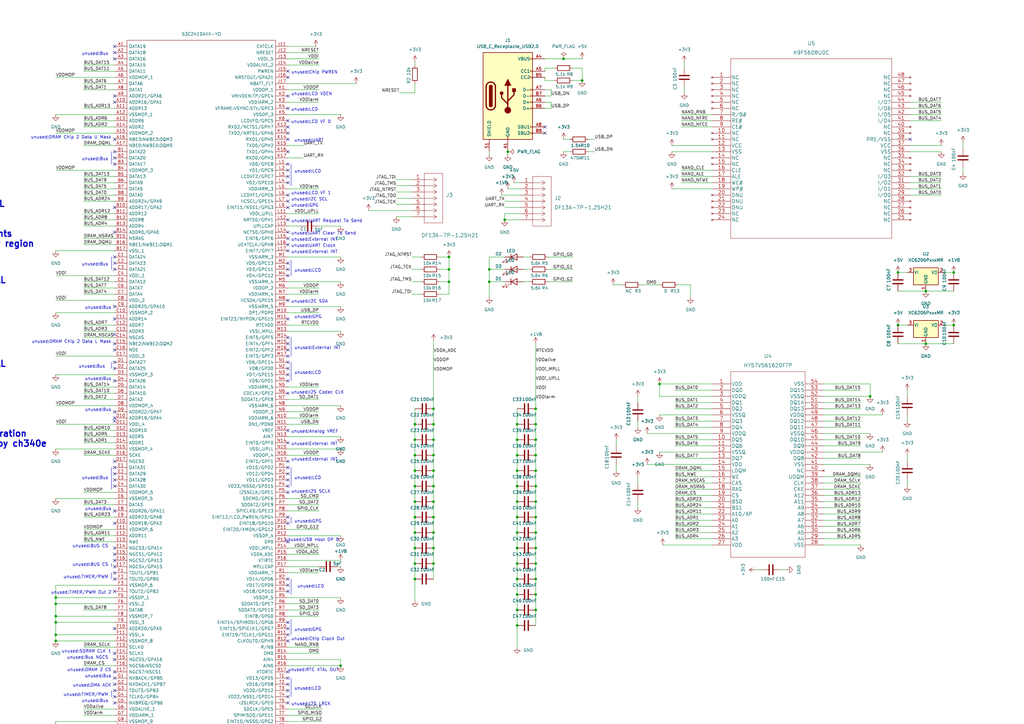
<source format=kicad_sch>
(kicad_sch (version 20230121) (generator eeschema)
  (paper "A3")
  (junction (at 219.71 212.09))
  (junction (at 212.09 199.39))
  (junction (at 212.09 250.19))
  (junction (at 391.16 133.35))
  (junction (at 177.8 224.79))
  (junction (at 177.8 167.64))
  (junction (at 44.45 383.54))
  (junction (at 177.8 173.99))
  (junction (at 170.18 180.34))
  (junction (at 139.7 313.69))
  (junction (at 219.71 193.04))
  (junction (at 22.86 339.09))
  (junction (at 212.09 193.04))
  (junction (at 212.09 173.99))
  (junction (at 207.01 90.17))
  (junction (at 177.8 199.39))
  (junction (at 184.15 115.57))
  (junction (at 219.71 243.84))
  (junction (at 200.66 110.49))
  (junction (at 368.3 133.35))
  (junction (at 170.18 173.99))
  (junction (at 219.71 205.74))
  (junction (at 177.8 180.34))
  (junction (at 22.86 255.27))
  (junction (at 177.8 231.14))
  (junction (at 22.86 260.35))
  (junction (at 170.18 218.44))
  (junction (at 170.18 186.69))
  (junction (at 212.09 180.34))
  (junction (at 212.09 256.54))
  (junction (at 22.86 262.89))
  (junction (at 379.73 119.38))
  (junction (at 170.18 199.39))
  (junction (at 368.3 111.76))
  (junction (at 379.73 140.97))
  (junction (at 219.71 167.64))
  (junction (at 212.09 231.14))
  (junction (at 177.8 186.69))
  (junction (at 219.71 250.19))
  (junction (at 219.71 218.44))
  (junction (at 200.66 115.57))
  (junction (at 139.7 318.77))
  (junction (at 238.76 33.02))
  (junction (at 184.15 110.49))
  (junction (at 219.71 199.39))
  (junction (at 22.86 245.11))
  (junction (at 212.09 205.74))
  (junction (at 177.8 193.04))
  (junction (at 212.09 186.69))
  (junction (at 219.71 180.34))
  (junction (at 170.18 212.09))
  (junction (at 212.09 218.44))
  (junction (at 139.7 316.23))
  (junction (at 177.8 218.44))
  (junction (at 22.86 247.65))
  (junction (at 170.18 237.49))
  (junction (at 132.08 361.95))
  (junction (at 212.09 212.09))
  (junction (at 177.8 212.09))
  (junction (at 219.71 224.79))
  (junction (at 132.08 359.41))
  (junction (at 212.09 237.49))
  (junction (at 139.7 311.15))
  (junction (at 170.18 193.04))
  (junction (at 356.87 162.56))
  (junction (at 391.16 111.76))
  (junction (at 22.86 252.73))
  (junction (at 219.71 186.69))
  (junction (at 212.09 224.79))
  (junction (at 184.15 105.41))
  (junction (at 170.18 224.79))
  (junction (at 231.14 24.13))
  (junction (at 219.71 173.99))
  (junction (at 270.51 157.48))
  (junction (at 212.09 243.84))
  (junction (at 219.71 237.49))
  (junction (at 132.08 356.87))
  (junction (at 219.71 231.14))
  (junction (at 208.28 62.23))
  (junction (at 170.18 231.14))
  (junction (at 139.7 273.05))
  (junction (at 170.18 205.74))
  (junction (at 177.8 205.74))
  (no_connect (at 46.99 151.13))
  (no_connect (at 118.11 31.75))
  (no_connect (at 118.11 80.01))
  (no_connect (at 46.99 67.31))
  (no_connect (at 46.99 95.25))
  (no_connect (at 118.11 262.89))
  (no_connect (at 46.99 143.51))
  (no_connect (at 46.99 168.91))
  (no_connect (at 118.11 54.61))
  (no_connect (at 118.11 255.27))
  (no_connect (at 118.11 85.09))
  (no_connect (at 46.99 270.51))
  (no_connect (at 118.11 138.43))
  (no_connect (at 118.11 29.21))
  (no_connect (at 46.99 257.81))
  (no_connect (at 46.99 64.77))
  (no_connect (at 118.11 214.63))
  (no_connect (at 118.11 140.97))
  (no_connect (at 118.11 90.17))
  (no_connect (at 118.11 260.35))
  (no_connect (at 118.11 222.25))
  (no_connect (at 46.99 283.21))
  (no_connect (at 46.99 323.85))
  (no_connect (at 118.11 82.55))
  (no_connect (at 46.99 62.23))
  (no_connect (at 46.99 224.79))
  (no_connect (at 118.11 62.23))
  (no_connect (at 46.99 359.41))
  (no_connect (at 118.11 97.79))
  (no_connect (at 46.99 199.39))
  (no_connect (at 46.99 24.13))
  (no_connect (at 46.99 191.77))
  (no_connect (at 46.99 110.49))
  (no_connect (at 46.99 148.59))
  (no_connect (at 118.11 349.25))
  (no_connect (at 46.99 137.16))
  (no_connect (at 46.99 156.21))
  (no_connect (at 46.99 125.73))
  (no_connect (at 46.99 237.49))
  (no_connect (at 118.11 143.51))
  (no_connect (at 223.52 54.61))
  (no_connect (at 223.52 52.07))
  (no_connect (at 46.99 189.23))
  (no_connect (at 118.11 341.63))
  (no_connect (at 118.11 130.81))
  (no_connect (at 118.11 344.17))
  (no_connect (at 118.11 212.09))
  (no_connect (at 46.99 140.97))
  (no_connect (at 118.11 201.93))
  (no_connect (at 118.11 334.01))
  (no_connect (at 46.99 288.29))
  (no_connect (at 46.99 278.13))
  (no_connect (at 118.11 161.29))
  (no_connect (at 46.99 194.31))
  (no_connect (at 46.99 229.87))
  (no_connect (at 118.11 189.23))
  (no_connect (at 118.11 123.19))
  (no_connect (at 46.99 41.91))
  (no_connect (at 46.99 39.37))
  (no_connect (at 46.99 354.33))
  (no_connect (at 46.99 318.77))
  (no_connect (at 46.99 285.75))
  (no_connect (at 118.11 275.59))
  (no_connect (at 118.11 288.29))
  (no_connect (at 46.99 85.09))
  (no_connect (at 46.99 298.45))
  (no_connect (at 46.99 105.41))
  (no_connect (at 373.38 57.15))
  (no_connect (at 118.11 39.37))
  (no_connect (at 46.99 107.95))
  (no_connect (at 118.11 181.61))
  (no_connect (at 118.11 49.53))
  (no_connect (at 46.99 349.25))
  (no_connect (at 118.11 242.57))
  (no_connect (at 118.11 240.03))
  (no_connect (at 118.11 237.49))
  (no_connect (at 118.11 323.85))
  (no_connect (at 118.11 321.31))
  (no_connect (at 118.11 326.39))
  (no_connect (at 118.11 278.13))
  (no_connect (at 118.11 283.21))
  (no_connect (at 118.11 280.67))
  (no_connect (at 118.11 285.75))
  (no_connect (at 118.11 199.39))
  (no_connect (at 118.11 196.85))
  (no_connect (at 118.11 191.77))
  (no_connect (at 118.11 194.31))
  (no_connect (at 118.11 44.45))
  (no_connect (at 118.11 156.21))
  (no_connect (at 118.11 153.67))
  (no_connect (at 118.11 151.13))
  (no_connect (at 118.11 113.03))
  (no_connect (at 118.11 110.49))
  (no_connect (at 118.11 107.95))
  (no_connect (at 118.11 148.59))
  (no_connect (at 118.11 146.05))
  (no_connect (at 118.11 72.39))
  (no_connect (at 118.11 69.85))
  (no_connect (at 118.11 67.31))
  (no_connect (at 118.11 74.93))
  (no_connect (at 46.99 214.63))
  (no_connect (at 46.99 275.59))
  (no_connect (at 46.99 280.67))
  (no_connect (at 46.99 232.41))
  (no_connect (at 46.99 171.45))
  (no_connect (at 118.11 331.47))
  (no_connect (at 118.11 102.87))
  (no_connect (at 46.99 196.85))
  (no_connect (at 118.11 100.33))
  (no_connect (at 118.11 95.25))
  (no_connect (at 46.99 57.15))
  (no_connect (at 46.99 19.05))
  (no_connect (at 46.99 21.59))
  (no_connect (at 46.99 321.31))
  (no_connect (at 46.99 172.72))
  (no_connect (at 118.11 57.15))
  (no_connect (at 118.11 306.07))
  (no_connect (at 46.99 242.57))
  (no_connect (at 46.99 234.95))
  (no_connect (at 46.99 227.33))
  (no_connect (at 46.99 267.97))
  (no_connect (at 46.99 209.55))
  (no_connect (at 118.11 257.81))
  (no_connect (at 118.11 176.53))
  (no_connect (at 118.11 52.07))
  (no_connect (at 46.99 130.81))
  (wire (pts (xy 34.29 250.19) (xy 46.99 250.19)))
  (wire (pts (xy 223.52 29.21) (xy 223.52 27.94)))
  (wire (pts (xy 394.97 58.42) (xy 394.97 60.96)))
  (wire (pts (xy 22.86 184.15) (xy 46.99 184.15)))
  (wire (pts (xy 118.11 351.79) (xy 144.78 351.79)))
  (wire (pts (xy 34.29 80.01) (xy 46.99 80.01)))
  (wire (pts (xy 238.76 27.94) (xy 238.76 33.02)))
  (wire (pts (xy 212.09 205.74) (xy 212.09 212.09)))
  (wire (pts (xy 180.34 105.41) (xy 184.15 105.41)))
  (wire (pts (xy 34.29 34.29) (xy 46.99 34.29)))
  (wire (pts (xy 22.86 54.61) (xy 46.99 54.61)))
  (wire (pts (xy 275.59 62.23) (xy 292.1 62.23)))
  (wire (pts (xy 168.91 105.41) (xy 172.72 105.41)))
  (wire (pts (xy 208.28 63.5) (xy 208.28 62.23)))
  (wire (pts (xy 124.46 64.77) (xy 118.11 64.77)))
  (wire (pts (xy 118.11 46.99) (xy 139.7 46.99)))
  (wire (pts (xy 118.11 125.73) (xy 139.7 125.73)))
  (wire (pts (xy 276.86 167.64) (xy 292.1 167.64)))
  (wire (pts (xy 170.18 237.49) (xy 170.18 246.38)))
  (wire (pts (xy 22.86 69.85) (xy 46.99 69.85)))
  (wire (pts (xy 34.29 176.53) (xy 46.99 176.53)))
  (wire (pts (xy 34.29 290.83) (xy 46.99 290.83)))
  (wire (pts (xy 162.56 73.66) (xy 168.91 73.66)))
  (wire (pts (xy 379.73 140.97) (xy 391.16 140.97)))
  (wire (pts (xy 118.11 313.69) (xy 139.7 313.69)))
  (wire (pts (xy 368.3 133.35) (xy 372.11 133.35)))
  (wire (pts (xy 373.38 41.91) (xy 386.08 41.91)))
  (wire (pts (xy 118.11 245.11) (xy 139.7 245.11)))
  (wire (pts (xy 219.71 224.79) (xy 219.71 231.14)))
  (wire (pts (xy 177.8 167.64) (xy 177.8 173.99)))
  (polyline (pts (xy 119.38 278.13) (xy 119.38 285.75)))
  (wire (pts (xy 372.11 160.02) (xy 372.11 162.56)))
  (wire (pts (xy 200.66 115.57) (xy 207.01 115.57)))
  (wire (pts (xy 34.29 133.35) (xy 46.99 133.35)))
  (wire (pts (xy 337.82 195.58) (xy 353.06 195.58)))
  (wire (pts (xy 132.08 359.41) (xy 132.08 361.95)))
  (wire (pts (xy 212.09 231.14) (xy 212.09 237.49)))
  (wire (pts (xy 162.56 88.9) (xy 168.91 88.9)))
  (wire (pts (xy 275.59 77.47) (xy 292.1 77.47)))
  (wire (pts (xy 280.67 35.56) (xy 280.67 38.1)))
  (wire (pts (xy 34.29 346.71) (xy 46.99 346.71)))
  (wire (pts (xy 207.01 82.55) (xy 213.36 82.55)))
  (wire (pts (xy 276.86 187.96) (xy 292.1 187.96)))
  (wire (pts (xy 200.66 105.41) (xy 200.66 110.49)))
  (wire (pts (xy 276.86 210.82) (xy 292.1 210.82)))
  (wire (pts (xy 118.11 171.45) (xy 130.81 171.45)))
  (wire (pts (xy 177.8 173.99) (xy 177.8 180.34)))
  (wire (pts (xy 212.09 243.84) (xy 212.09 250.19)))
  (wire (pts (xy 270.51 170.18) (xy 292.1 170.18)))
  (wire (pts (xy 118.11 356.87) (xy 132.08 356.87)))
  (wire (pts (xy 177.8 193.04) (xy 177.8 199.39)))
  (wire (pts (xy 22.86 173.99) (xy 46.99 173.99)))
  (wire (pts (xy 118.11 184.15) (xy 139.7 184.15)))
  (wire (pts (xy 162.56 76.2) (xy 168.91 76.2)))
  (wire (pts (xy 177.8 186.69) (xy 177.8 193.04)))
  (wire (pts (xy 251.46 116.84) (xy 255.27 116.84)))
  (wire (pts (xy 34.29 308.61) (xy 46.99 308.61)))
  (wire (pts (xy 337.82 165.1) (xy 353.06 165.1)))
  (wire (pts (xy 34.29 313.69) (xy 46.99 313.69)))
  (wire (pts (xy 22.86 260.35) (xy 22.86 262.89)))
  (wire (pts (xy 373.38 46.99) (xy 386.08 46.99)))
  (wire (pts (xy 373.38 77.47) (xy 386.08 77.47)))
  (wire (pts (xy 118.11 224.79) (xy 130.81 224.79)))
  (wire (pts (xy 118.11 295.91) (xy 132.08 295.91)))
  (wire (pts (xy 223.52 31.75) (xy 223.52 33.02)))
  (wire (pts (xy 373.38 59.69) (xy 386.08 59.69)))
  (wire (pts (xy 162.56 81.28) (xy 168.91 81.28)))
  (wire (pts (xy 34.29 181.61) (xy 46.99 181.61)))
  (wire (pts (xy 118.11 158.75) (xy 130.81 158.75)))
  (wire (pts (xy 118.11 186.69) (xy 130.81 186.69)))
  (wire (pts (xy 118.11 328.93) (xy 139.7 328.93)))
  (wire (pts (xy 34.29 212.09) (xy 46.99 212.09)))
  (wire (pts (xy 118.11 252.73) (xy 130.81 252.73)))
  (wire (pts (xy 34.29 163.83) (xy 46.99 163.83)))
  (wire (pts (xy 208.28 77.47) (xy 213.36 77.47)))
  (wire (pts (xy 283.21 116.84) (xy 283.21 121.92)))
  (wire (pts (xy 34.29 336.55) (xy 46.99 336.55)))
  (wire (pts (xy 22.86 339.09) (xy 22.86 334.01)))
  (wire (pts (xy 207.01 90.17) (xy 213.36 90.17)))
  (wire (pts (xy 356.87 157.48) (xy 356.87 162.56)))
  (wire (pts (xy 22.86 316.23) (xy 46.99 316.23)))
  (wire (pts (xy 118.11 354.33) (xy 132.08 354.33)))
  (wire (pts (xy 212.09 199.39) (xy 212.09 205.74)))
  (wire (pts (xy 118.11 217.17) (xy 130.81 217.17)))
  (wire (pts (xy 309.88 233.68) (xy 312.42 233.68)))
  (wire (pts (xy 279.4 46.99) (xy 292.1 46.99)))
  (wire (pts (xy 22.86 247.65) (xy 22.86 245.11)))
  (wire (pts (xy 22.86 255.27) (xy 46.99 255.27)))
  (wire (pts (xy 372.11 186.69) (xy 372.11 189.23)))
  (wire (pts (xy 118.11 115.57) (xy 139.7 115.57)))
  (wire (pts (xy 214.63 115.57) (xy 217.17 115.57)))
  (wire (pts (xy 337.82 180.34) (xy 353.06 180.34)))
  (wire (pts (xy 223.52 39.37) (xy 226.06 39.37)))
  (wire (pts (xy 219.71 212.09) (xy 219.71 218.44)))
  (wire (pts (xy 22.86 146.05) (xy 46.99 146.05)))
  (polyline (pts (xy 119.38 148.59) (xy 119.38 156.21)))
  (wire (pts (xy 22.86 166.37) (xy 46.99 166.37)))
  (wire (pts (xy 118.11 24.13) (xy 130.81 24.13)))
  (wire (pts (xy 22.86 255.27) (xy 22.86 252.73)))
  (wire (pts (xy 177.8 139.7) (xy 177.8 167.64)))
  (wire (pts (xy 261.62 205.74) (xy 261.62 208.28)))
  (polyline (pts (xy 119.38 67.31) (xy 119.38 76.2)))
  (wire (pts (xy 22.86 240.03) (xy 46.99 240.03)))
  (wire (pts (xy 170.18 25.4) (xy 170.18 26.67)))
  (wire (pts (xy 337.82 220.98) (xy 353.06 220.98)))
  (wire (pts (xy 118.11 219.71) (xy 139.7 219.71)))
  (wire (pts (xy 118.11 298.45) (xy 139.7 298.45)))
  (wire (pts (xy 387.35 133.35) (xy 391.16 133.35)))
  (wire (pts (xy 279.4 69.85) (xy 292.1 69.85)))
  (wire (pts (xy 170.18 212.09) (xy 170.18 218.44)))
  (wire (pts (xy 118.11 232.41) (xy 130.81 232.41)))
  (wire (pts (xy 34.29 331.47) (xy 46.99 331.47)))
  (wire (pts (xy 118.11 247.65) (xy 130.81 247.65)))
  (wire (pts (xy 34.29 90.17) (xy 46.99 90.17)))
  (wire (pts (xy 280.67 25.4) (xy 280.67 27.94)))
  (wire (pts (xy 118.11 41.91) (xy 130.81 41.91)))
  (polyline (pts (xy 45.72 191.77) (xy 45.72 200.66)))
  (wire (pts (xy 34.29 138.43) (xy 46.99 138.43)))
  (wire (pts (xy 212.09 224.79) (xy 212.09 231.14)))
  (wire (pts (xy 118.11 77.47) (xy 130.81 77.47)))
  (wire (pts (xy 34.29 100.33) (xy 46.99 100.33)))
  (polyline (pts (xy 119.38 138.43) (xy 119.38 146.05)))
  (wire (pts (xy 320.04 233.68) (xy 322.58 233.68)))
  (wire (pts (xy 34.29 303.53) (xy 46.99 303.53)))
  (wire (pts (xy 34.29 49.53) (xy 46.99 49.53)))
  (wire (pts (xy 34.29 186.69) (xy 46.99 186.69)))
  (polyline (pts (xy 45.72 231.14) (xy 45.72 232.41)))
  (wire (pts (xy 118.11 163.83) (xy 130.81 163.83)))
  (wire (pts (xy 231.14 24.13) (xy 238.76 24.13)))
  (wire (pts (xy 252.73 180.34) (xy 252.73 182.88)))
  (wire (pts (xy 337.82 215.9) (xy 353.06 215.9)))
  (polyline (pts (xy 119.38 237.49) (xy 119.38 243.84)))
  (wire (pts (xy 34.29 87.63) (xy 46.99 87.63)))
  (wire (pts (xy 118.11 118.11) (xy 130.81 118.11)))
  (wire (pts (xy 22.86 247.65) (xy 46.99 247.65)))
  (wire (pts (xy 168.91 115.57) (xy 172.72 115.57)))
  (wire (pts (xy 214.63 105.41) (xy 217.17 105.41)))
  (wire (pts (xy 212.09 193.04) (xy 212.09 199.39)))
  (wire (pts (xy 118.11 293.37) (xy 132.08 293.37)))
  (polyline (pts (xy 45.72 234.95) (xy 45.72 237.49)))
  (wire (pts (xy 170.18 193.04) (xy 170.18 199.39)))
  (wire (pts (xy 163.83 38.1) (xy 170.18 38.1)))
  (wire (pts (xy 34.29 97.79) (xy 46.99 97.79)))
  (wire (pts (xy 219.71 167.64) (xy 219.71 173.99)))
  (wire (pts (xy 34.29 92.71) (xy 46.99 92.71)))
  (polyline (pts (xy 45.72 105.41) (xy 45.72 110.49)))
  (wire (pts (xy 219.71 140.97) (xy 219.71 167.64)))
  (wire (pts (xy 118.11 135.89) (xy 139.7 135.89)))
  (wire (pts (xy 168.91 120.65) (xy 172.72 120.65)))
  (wire (pts (xy 22.86 252.73) (xy 46.99 252.73)))
  (wire (pts (xy 276.86 182.88) (xy 292.1 182.88)))
  (wire (pts (xy 34.29 52.07) (xy 46.99 52.07)))
  (wire (pts (xy 118.11 308.61) (xy 139.7 308.61)))
  (wire (pts (xy 22.86 123.19) (xy 46.99 123.19)))
  (wire (pts (xy 44.45 383.54) (xy 44.45 375.92)))
  (wire (pts (xy 372.11 170.18) (xy 372.11 172.72)))
  (wire (pts (xy 34.29 361.95) (xy 46.99 361.95)))
  (wire (pts (xy 276.86 208.28) (xy 292.1 208.28)))
  (wire (pts (xy 151.13 86.36) (xy 168.91 86.36)))
  (wire (pts (xy 118.11 303.53) (xy 132.08 303.53)))
  (polyline (pts (xy 119.38 191.77) (xy 119.38 199.39)))
  (wire (pts (xy 118.11 92.71) (xy 123.19 92.71)))
  (wire (pts (xy 276.86 160.02) (xy 292.1 160.02)))
  (polyline (pts (xy 119.38 321.31) (xy 119.38 326.39)))
  (wire (pts (xy 22.86 339.09) (xy 46.99 339.09)))
  (wire (pts (xy 337.82 190.5) (xy 356.87 190.5)))
  (wire (pts (xy 22.86 245.11) (xy 46.99 245.11)))
  (wire (pts (xy 210.82 74.93) (xy 213.36 74.93)))
  (wire (pts (xy 368.3 140.97) (xy 379.73 140.97)))
  (wire (pts (xy 219.71 243.84) (xy 219.71 250.19)))
  (wire (pts (xy 34.29 115.57) (xy 46.99 115.57)))
  (wire (pts (xy 241.3 62.23) (xy 243.84 62.23)))
  (polyline (pts (xy 119.38 212.09) (xy 119.38 214.63)))
  (wire (pts (xy 118.11 26.67) (xy 130.81 26.67)))
  (wire (pts (xy 130.81 92.71) (xy 139.7 92.71)))
  (wire (pts (xy 34.29 293.37) (xy 46.99 293.37)))
  (wire (pts (xy 118.11 209.55) (xy 130.81 209.55)))
  (wire (pts (xy 337.82 218.44) (xy 353.06 218.44)))
  (wire (pts (xy 337.82 157.48) (xy 356.87 157.48)))
  (wire (pts (xy 200.66 105.41) (xy 207.01 105.41)))
  (wire (pts (xy 180.34 115.57) (xy 184.15 115.57)))
  (wire (pts (xy 373.38 62.23) (xy 386.08 62.23)))
  (wire (pts (xy 184.15 120.65) (xy 184.15 115.57)))
  (wire (pts (xy 34.29 356.87) (xy 46.99 356.87)))
  (wire (pts (xy 34.29 161.29) (xy 46.99 161.29)))
  (wire (pts (xy 276.86 165.1) (xy 292.1 165.1)))
  (wire (pts (xy 34.29 273.05) (xy 46.99 273.05)))
  (wire (pts (xy 118.11 166.37) (xy 139.7 166.37)))
  (wire (pts (xy 223.52 33.02) (xy 227.33 33.02)))
  (wire (pts (xy 34.29 217.17) (xy 46.99 217.17)))
  (wire (pts (xy 168.91 110.49) (xy 172.72 110.49)))
  (wire (pts (xy 387.35 111.76) (xy 391.16 111.76)))
  (wire (pts (xy 34.29 118.11) (xy 46.99 118.11)))
  (wire (pts (xy 200.66 110.49) (xy 200.66 115.57)))
  (polyline (pts (xy 119.38 254) (xy 119.38 260.35)))
  (wire (pts (xy 278.13 116.84) (xy 283.21 116.84)))
  (wire (pts (xy 34.29 135.89) (xy 46.99 135.89)))
  (wire (pts (xy 279.4 74.93) (xy 292.1 74.93)))
  (wire (pts (xy 337.82 210.82) (xy 353.06 210.82)))
  (wire (pts (xy 234.95 33.02) (xy 238.76 33.02)))
  (wire (pts (xy 207.01 87.63) (xy 207.01 90.17)))
  (wire (pts (xy 118.11 346.71) (xy 132.08 346.71)))
  (wire (pts (xy 118.11 339.09) (xy 132.08 339.09)))
  (wire (pts (xy 118.11 87.63) (xy 130.81 87.63)))
  (wire (pts (xy 373.38 80.01) (xy 386.08 80.01)))
  (wire (pts (xy 34.29 158.75) (xy 46.99 158.75)))
  (wire (pts (xy 219.71 193.04) (xy 219.71 199.39)))
  (wire (pts (xy 130.81 21.59) (xy 118.11 21.59)))
  (wire (pts (xy 118.11 290.83) (xy 132.08 290.83)))
  (wire (pts (xy 22.86 295.91) (xy 46.99 295.91)))
  (wire (pts (xy 368.3 119.38) (xy 379.73 119.38)))
  (wire (pts (xy 373.38 44.45) (xy 386.08 44.45)))
  (wire (pts (xy 118.11 267.97) (xy 130.81 267.97)))
  (polyline (pts (xy 45.72 148.59) (xy 45.72 151.13)))
  (wire (pts (xy 219.71 199.39) (xy 219.71 205.74)))
  (wire (pts (xy 34.29 82.55) (xy 46.99 82.55)))
  (wire (pts (xy 379.73 119.38) (xy 391.16 119.38)))
  (wire (pts (xy 270.51 185.42) (xy 292.1 185.42)))
  (wire (pts (xy 337.82 213.36) (xy 353.06 213.36)))
  (wire (pts (xy 337.82 175.26) (xy 353.06 175.26)))
  (wire (pts (xy 118.11 105.41) (xy 139.7 105.41)))
  (wire (pts (xy 46.99 262.89) (xy 22.86 262.89)))
  (wire (pts (xy 337.82 205.74) (xy 353.06 205.74)))
  (wire (pts (xy 223.52 27.94) (xy 227.33 27.94)))
  (wire (pts (xy 212.09 186.69) (xy 212.09 193.04)))
  (wire (pts (xy 118.11 227.33) (xy 130.81 227.33)))
  (wire (pts (xy 219.71 250.19) (xy 219.71 256.54)))
  (wire (pts (xy 276.86 218.44) (xy 292.1 218.44)))
  (wire (pts (xy 223.52 41.91) (xy 226.06 41.91)))
  (wire (pts (xy 118.11 179.07) (xy 139.7 179.07)))
  (wire (pts (xy 337.82 187.96) (xy 353.06 187.96)))
  (wire (pts (xy 219.71 186.69) (xy 219.71 193.04)))
  (wire (pts (xy 34.29 326.39) (xy 46.99 326.39)))
  (polyline (pts (xy 45.72 318.77) (xy 45.72 323.85)))
  (wire (pts (xy 200.66 63.5) (xy 200.66 62.23)))
  (wire (pts (xy 265.43 177.8) (xy 292.1 177.8)))
  (wire (pts (xy 252.73 190.5) (xy 252.73 193.04)))
  (wire (pts (xy 276.86 195.58) (xy 292.1 195.58)))
  (wire (pts (xy 373.38 74.93) (xy 386.08 74.93)))
  (wire (pts (xy 180.34 120.65) (xy 184.15 120.65)))
  (wire (pts (xy 177.8 231.14) (xy 177.8 237.49)))
  (wire (pts (xy 276.86 198.12) (xy 292.1 198.12)))
  (wire (pts (xy 337.82 160.02) (xy 353.06 160.02)))
  (wire (pts (xy 170.18 186.69) (xy 170.18 193.04)))
  (wire (pts (xy 184.15 115.57) (xy 184.15 110.49)))
  (wire (pts (xy 118.11 120.65) (xy 130.81 120.65)))
  (wire (pts (xy 224.79 115.57) (xy 234.95 115.57)))
  (wire (pts (xy 170.18 180.34) (xy 170.18 186.69)))
  (wire (pts (xy 394.97 68.58) (xy 394.97 71.12)))
  (wire (pts (xy 139.7 316.23) (xy 139.7 318.77)))
  (wire (pts (xy 22.86 128.27) (xy 46.99 128.27)))
  (wire (pts (xy 34.29 265.43) (xy 46.99 265.43)))
  (wire (pts (xy 262.89 116.84) (xy 270.51 116.84)))
  (wire (pts (xy 34.29 26.67) (xy 46.99 26.67)))
  (wire (pts (xy 231.14 62.23) (xy 233.68 62.23)))
  (wire (pts (xy 118.11 229.87) (xy 139.7 229.87)))
  (wire (pts (xy 22.86 260.35) (xy 22.86 255.27)))
  (wire (pts (xy 223.52 24.13) (xy 231.14 24.13)))
  (wire (pts (xy 34.29 344.17) (xy 46.99 344.17)))
  (wire (pts (xy 219.71 205.74) (xy 219.71 212.09)))
  (wire (pts (xy 118.11 336.55) (xy 132.08 336.55)))
  (wire (pts (xy 34.29 44.45) (xy 46.99 44.45)))
  (wire (pts (xy 276.86 205.74) (xy 292.1 205.74)))
  (wire (pts (xy 22.86 252.73) (xy 22.86 247.65)))
  (wire (pts (xy 261.62 172.72) (xy 261.62 175.26)))
  (wire (pts (xy 214.63 110.49) (xy 217.17 110.49)))
  (wire (pts (xy 224.79 110.49) (xy 234.95 110.49)))
  (wire (pts (xy 22.86 31.75) (xy 46.99 31.75)))
  (wire (pts (xy 34.29 77.47) (xy 46.99 77.47)))
  (wire (pts (xy 34.29 74.93) (xy 46.99 74.93)))
  (wire (pts (xy 223.52 36.83) (xy 226.06 36.83)))
  (wire (pts (xy 279.4 52.07) (xy 292.1 52.07)))
  (wire (pts (xy 219.71 173.99) (xy 219.71 180.34)))
  (wire (pts (xy 337.82 198.12) (xy 353.06 198.12)))
  (wire (pts (xy 139.7 313.69) (xy 139.7 316.23)))
  (wire (pts (xy 261.62 195.58) (xy 261.62 198.12)))
  (wire (pts (xy 234.95 27.94) (xy 238.76 27.94)))
  (wire (pts (xy 95.25 379.73) (xy 100.33 379.73)))
  (wire (pts (xy 124.46 59.69) (xy 118.11 59.69)))
  (wire (pts (xy 177.8 205.74) (xy 177.8 212.09)))
  (wire (pts (xy 337.82 162.56) (xy 356.87 162.56)))
  (wire (pts (xy 170.18 224.79) (xy 170.18 231.14)))
  (wire (pts (xy 138.43 232.41) (xy 139.7 232.41)))
  (wire (pts (xy 177.8 212.09) (xy 177.8 218.44)))
  (wire (pts (xy 368.3 111.76) (xy 372.11 111.76)))
  (wire (pts (xy 276.86 203.2) (xy 292.1 203.2)))
  (wire (pts (xy 34.29 311.15) (xy 46.99 311.15)))
  (wire (pts (xy 276.86 220.98) (xy 292.1 220.98)))
  (wire (pts (xy 118.11 318.77) (xy 139.7 318.77)))
  (wire (pts (xy 22.86 153.67) (xy 46.99 153.67)))
  (wire (pts (xy 372.11 196.85) (xy 372.11 199.39)))
  (wire (pts (xy 118.11 359.41) (xy 132.08 359.41)))
  (wire (pts (xy 118.11 234.95) (xy 130.81 234.95)))
  (wire (pts (xy 107.95 379.73) (xy 114.3 379.73)))
  (wire (pts (xy 170.18 205.74) (xy 170.18 212.09)))
  (wire (pts (xy 170.18 34.29) (xy 170.18 38.1)))
  (wire (pts (xy 44.45 383.54) (xy 50.8 383.54)))
  (wire (pts (xy 22.86 204.47) (xy 46.99 204.47)))
  (wire (pts (xy 34.29 59.69) (xy 46.99 59.69)))
  (polyline (pts (xy 119.38 331.47) (xy 119.38 334.01)))
  (wire (pts (xy 200.66 110.49) (xy 207.01 110.49)))
  (wire (pts (xy 337.82 203.2) (xy 353.06 203.2)))
  (wire (pts (xy 270.51 157.48) (xy 292.1 157.48)))
  (wire (pts (xy 34.29 341.63) (xy 46.99 341.63)))
  (wire (pts (xy 207.01 85.09) (xy 213.36 85.09)))
  (wire (pts (xy 118.11 173.99) (xy 130.81 173.99)))
  (wire (pts (xy 118.11 207.01) (xy 130.81 207.01)))
  (wire (pts (xy 177.8 218.44) (xy 177.8 224.79)))
  (wire (pts (xy 337.82 223.52) (xy 353.06 223.52)))
  (wire (pts (xy 170.18 173.99) (xy 170.18 180.34)))
  (wire (pts (xy 279.4 49.53) (xy 292.1 49.53)))
  (wire (pts (xy 58.42 375.92) (xy 62.23 375.92)))
  (wire (pts (xy 276.86 200.66) (xy 292.1 200.66)))
  (wire (pts (xy 275.59 59.69) (xy 292.1 59.69)))
  (wire (pts (xy 219.71 237.49) (xy 219.71 243.84)))
  (wire (pts (xy 44.45 375.92) (xy 50.8 375.92)))
  (wire (pts (xy 219.71 231.14) (xy 219.71 237.49)))
  (wire (pts (xy 118.11 168.91) (xy 130.81 168.91)))
  (wire (pts (xy 279.4 72.39) (xy 292.1 72.39)))
  (wire (pts (xy 170.18 167.64) (xy 170.18 173.99)))
  (wire (pts (xy 212.09 180.34) (xy 212.09 186.69)))
  (wire (pts (xy 139.7 270.51) (xy 139.7 273.05)))
  (wire (pts (xy 337.82 185.42) (xy 361.95 185.42)))
  (wire (pts (xy 276.86 215.9) (xy 292.1 215.9)))
  (wire (pts (xy 118.11 19.05) (xy 129.54 19.05)))
  (wire (pts (xy 373.38 49.53) (xy 386.08 49.53)))
  (wire (pts (xy 132.08 354.33) (xy 132.08 356.87)))
  (wire (pts (xy 205.74 80.01) (xy 213.36 80.01)))
  (wire (pts (xy 118.11 361.95) (xy 132.08 361.95)))
  (wire (pts (xy 224.79 105.41) (xy 234.95 105.41)))
  (wire (pts (xy 241.3 57.15) (xy 243.84 57.15)))
  (wire (pts (xy 118.11 316.23) (xy 139.7 316.23)))
  (wire (pts (xy 118.11 133.35) (xy 130.81 133.35)))
  (wire (pts (xy 22.86 334.01) (xy 46.99 334.01)))
  (wire (pts (xy 373.38 72.39) (xy 386.08 72.39)))
  (wire (pts (xy 22.86 260.35) (xy 46.99 260.35)))
  (wire (pts (xy 170.18 199.39) (xy 170.18 205.74)))
  (wire (pts (xy 118.11 273.05) (xy 139.7 273.05)))
  (wire (pts (xy 118.11 250.19) (xy 130.81 250.19)))
  (polyline (pts (xy 119.38 106.68) (xy 119.38 113.03)))
  (wire (pts (xy 34.29 328.93) (xy 46.99 328.93)))
  (wire (pts (xy 34.29 201.93) (xy 46.99 201.93)))
  (wire (pts (xy 223.52 44.45) (xy 226.06 44.45)))
  (wire (pts (xy 22.86 113.03) (xy 46.99 113.03)))
  (wire (pts (xy 118.11 34.29) (xy 146.05 34.29)))
  (polyline (pts (xy 45.72 283.21) (xy 45.72 285.75)))
  (wire (pts (xy 337.82 208.28) (xy 353.06 208.28)))
  (wire (pts (xy 118.11 128.27) (xy 130.81 128.27)))
  (wire (pts (xy 212.09 256.54) (xy 212.09 265.43)))
  (wire (pts (xy 162.56 78.74) (xy 168.91 78.74)))
  (wire (pts (xy 34.29 120.65) (xy 46.99 120.65)))
  (wire (pts (xy 219.71 180.34) (xy 219.71 186.69)))
  (wire (pts (xy 219.71 218.44) (xy 219.71 224.79)))
  (wire (pts (xy 34.29 207.01) (xy 46.99 207.01)))
  (wire (pts (xy 337.82 172.72) (xy 353.06 172.72)))
  (wire (pts (xy 34.29 179.07) (xy 46.99 179.07)))
  (wire (pts (xy 276.86 193.04) (xy 292.1 193.04)))
  (wire (pts (xy 292.1 162.56) (xy 270.51 162.56)))
  (wire (pts (xy 212.09 218.44) (xy 212.09 224.79)))
  (wire (pts (xy 22.86 102.87) (xy 46.99 102.87)))
  (wire (pts (xy 177.8 224.79) (xy 177.8 231.14)))
  (wire (pts (xy 34.29 300.99) (xy 46.99 300.99)))
  (wire (pts (xy 177.8 180.34) (xy 177.8 186.69)))
  (wire (pts (xy 337.82 200.66) (xy 353.06 200.66)))
  (wire (pts (xy 337.82 170.18) (xy 361.95 170.18)))
  (wire (pts (xy 276.86 213.36) (xy 292.1 213.36)))
  (wire (pts (xy 34.29 222.25) (xy 46.99 222.25)))
  (wire (pts (xy 212.09 167.64) (xy 212.09 173.99)))
  (wire (pts (xy 139.7 311.15) (xy 139.7 313.69)))
  (wire (pts (xy 34.29 29.21) (xy 46.99 29.21)))
  (wire (pts (xy 170.18 218.44) (xy 170.18 224.79)))
  (wire (pts (xy 337.82 177.8) (xy 356.87 177.8)))
  (wire (pts (xy 34.29 351.79) (xy 46.99 351.79)))
  (wire (pts (xy 118.11 270.51) (xy 139.7 270.51)))
  (wire (pts (xy 212.09 237.49) (xy 212.09 243.84)))
  (wire (pts (xy 276.86 180.34) (xy 292.1 180.34)))
  (wire (pts (xy 139.7 308.61) (xy 139.7 311.15)))
  (wire (pts (xy 207.01 87.63) (xy 213.36 87.63)))
  (wire (pts (xy 200.66 115.57) (xy 200.66 121.92)))
  (wire (pts (xy 118.11 204.47) (xy 130.81 204.47)))
  (wire (pts (xy 34.29 219.71) (xy 46.99 219.71)))
  (wire (pts (xy 271.78 223.52) (xy 292.1 223.52)))
  (wire (pts (xy 212.09 173.99) (xy 212.09 180.34)))
  (wire (pts (xy 170.18 231.14) (xy 170.18 237.49)))
  (wire (pts (xy 276.86 175.26) (xy 292.1 175.26)))
  (wire (pts (xy 22.86 245.11) (xy 22.86 240.03)))
  (wire (pts (xy 118.11 311.15) (xy 139.7 311.15)))
  (wire (pts (xy 265.43 190.5) (xy 292.1 190.5)))
  (wire (pts (xy 34.29 306.07) (xy 46.99 306.07)))
  (wire (pts (xy 226.06 41.91) (xy 226.06 44.45)))
  (wire (pts (xy 212.09 212.09) (xy 212.09 218.44)))
  (polyline (pts (xy 45.72 62.23) (xy 45.72 67.31)))
  (wire (pts (xy 22.86 46.99) (xy 46.99 46.99)))
  (wire (pts (xy 212.09 250.19) (xy 212.09 256.54)))
  (wire (pts (xy 231.14 57.15) (xy 233.68 57.15)))
  (wire (pts (xy 276.86 172.72) (xy 292.1 172.72)))
  (wire (pts (xy 34.29 72.39) (xy 46.99 72.39)))
  (wire (pts (xy 270.51 162.56) (xy 270.51 157.48)))
  (wire (pts (xy 118.11 36.83) (xy 130.81 36.83)))
  (wire (pts (xy 180.34 110.49) (xy 184.15 110.49)))
  (wire (pts (xy 261.62 162.56) (xy 261.62 165.1)))
  (wire (pts (xy 177.8 199.39) (xy 177.8 205.74)))
  (wire (pts (xy 337.82 167.64) (xy 353.06 167.64)))
  (wire (pts (xy 132.08 356.87) (xy 132.08 359.41)))
  (wire (pts (xy 58.42 383.54) (xy 62.23 383.54)))
  (wire (pts (xy 162.56 83.82) (xy 168.91 83.82)))
  (wire (pts (xy 118.11 300.99) (xy 132.08 300.99)))
  (wire (pts (xy 226.06 36.83) (xy 226.06 39.37)))
  (wire (pts (xy 337.82 182.88) (xy 353.06 182.88)))
  (wire (pts (xy 184.15 110.49) (xy 184.15 105.41)))
  (wire (pts (xy 34.29 36.83) (xy 46.99 36.83)))
  (wire (pts (xy 118.11 265.43) (xy 130.81 265.43)))
  (text "unused:DRAM Chip 2 Data U Mask" (at 45.72 57.15 0) (effects (font (size 1.27 1.27)) (justify right bottom)))
  (text "unused:DRAM Chip 2 Data L Mask" (at 45.72 140.97 0) (effects (font (size 1.27 1.27)) (justify right bottom)))
  (text "unused:Bus" (at 45.72 209.55 0) (effects (font (size 1.27 1.27)) (justify right bottom)))
  (text "unused:TIMER/PWM Out 2" (at 45.72 243.84 0) (effects (font (size 1.27 1.27)) (justify right bottom)))
  (text "unused:I2S LRCK" (at 119.38 289.56 0) (effects (font (size 1.27 1.27)) (justify left bottom)))
  (text "unused:LCD" (at 120.65 111.76 0) (effects (font (size 1.27 1.27)) (justify left bottom)))
  (text "unused:UART" (at 120.65 58.42 0) (effects (font (size 1.27 1.27)) (justify left bottom)))
  (text "unused:Bus" (at 45.72 127 0) (effects (font (size 1.27 1.27)) (justify right bottom)))
  (text "slarm_cls_2410_v1r2 FINAL APPROVAL\njlywxy @ 2023.3.8" (at -71.12 154.94 0) (effects (font (size 2.54 2.54) (thickness 0.508) bold) (justify left bottom)))
  (text "unused:LCD" (at 120.65 325.12 0) (effects (font (size 1.27 1.27)) (justify left bottom)))
  (text "unused:Bus" (at 45.72 156.21 0) (effects (font (size 1.27 1.27)) (justify right bottom)))
  (text "unused:UART Clear To Send" (at 119.38 96.52 0) (effects (font (size 1.27 1.27)) (justify left bottom)))
  (text "next:\n0. fix copper region corner\n1. add more GND vias in BGA\n2. fix JTAG socket silkscreens" (at -71.12 137.16 0) (effects (font (size 2.54 2.54) (thickness 0.508) bold) (justify left bottom)))
  (text "unused:Bus" (at 43.18 151.13 0) (effects (font (size 1.27 1.27)) (justify right bottom)))
  (text "unused:LCD" (at 120.65 283.21 0) (effects (font (size 1.27 1.27)) (justify left bottom)))
  (text "unused:Bus" (at 45.72 168.91 0) (effects (font (size 1.27 1.27)) (justify right bottom)))
  (text "unused:External INT" (at 119.38 104.14 0) (effects (font (size 1.27 1.27)) (justify left bottom)))
  (text "unused:DRAM 2 CS" (at 45.72 275.59 0) (effects (font (size 1.27 1.27)) (justify right bottom)))
  (text "unused:GPG" (at 120.65 130.81 0) (effects (font (size 1.27 1.27)) (justify left bottom)))
  (text "slarm_cls_2410_v1r1 FINAL APPROVAL\njlywxy @ 2023.3.1" (at -71.12 120.65 0) (effects (font (size 2.54 2.54) (thickness 0.508) bold) (justify left bottom)))
  (text "unused:RTC XTAL OUT\n" (at 118.11 275.59 0) (effects (font (size 1.27 1.27)) (justify left bottom)))
  (text "unused:LCD" (at 45.72 349.25 0) (effects (font (size 1.27 1.27)) (justify right bottom)))
  (text "unused:GPG" (at 120.65 259.08 0) (effects (font (size 1.27 1.27)) (justify left bottom)))
  (text "unused:LCD" (at 121.92 241.3 0) (effects (font (size 1.27 1.27)) (justify left bottom)))
  (text "unused:LCD VF 0" (at 119.38 50.8 0) (effects (font (size 1.27 1.27)) (justify left bottom)))
  (text "unused:Bus" (at 44.45 66.04 0) (effects (font (size 1.27 1.27)) (justify right bottom)))
  (text "unused:I2S" (at 120.65 334.01 0) (effects (font (size 1.27 1.27)) (justify left bottom)))
  (text "unused:Chip Clock Out\n" (at 119.38 262.89 0) (effects (font (size 1.27 1.27)) (justify left bottom)))
  (text "unused:External INT" (at 119.38 189.23 0) (effects (font (size 1.27 1.27)) (justify left bottom)))
  (text "SlimARM APPROVAL\nAlmond B v2r0\nthis version:\n1. using NOR flash for easy configuration\n2. add serial->usb port converted by ch340e\n3. shrinked component layout\n4. using AMS1117 as power regs." (at -71.12 191.77 0) (effects (font (size 2.54 2.54) (thickness 0.508) bold) (justify left bottom)))
  (text "unused:USB Host DN 0" (at 119.38 307.34 0) (effects (font (size 1.27 1.27)) (justify left bottom)))
  (text "unused:LCD LEND" (at 45.72 354.33 0) (effects (font (size 1.27 1.27)) (justify right bottom)))
  (text "unused:LCD VF 1" (at 119.38 80.01 0) (effects (font (size 1.27 1.27)) (justify left bottom)))
  (text "unused:LCD VDEN" (at 119.38 39.37 0) (effects (font (size 1.27 1.27)) (justify left bottom)))
  (text "unused:I2C SCL" (at 119.38 82.55 0) (effects (font (size 1.27 1.27)) (justify left bottom)))
  (text "unused:TIMER/PWM" (at 44.45 285.75 0) (effects (font (size 1.27 1.27)) (justify right bottom)))
  (text "unused:LCD" (at 45.72 360.68 0) (effects (font (size 1.27 1.27)) (justify right bottom)))
  (text "unused:LCD" (at 120.65 196.85 0) (effects (font (size 1.27 1.27)) (justify left bottom)))
  (text "unused:GPG" (at 119.38 85.09 0) (effects (font (size 1.27 1.27)) (justify left bottom)))
  (text "unused:GPG" (at 119.38 344.17 0) (effects (font (size 1.27 1.27)) (justify left bottom)))
  (text "unused:LCD" (at 120.65 71.12 0) (effects (font (size 1.27 1.27)) (justify left bottom)))
  (text "unused:LCD" (at 120.65 153.67 0) (effects (font (size 1.27 1.27)) (justify left bottom)))
  (text "unused:Bus" (at 44.45 196.85 0) (effects (font (size 1.27 1.27)) (justify right bottom)))
  (text "unused:Bus" (at 44.45 288.29 0) (effects (font (size 1.27 1.27)) (justify right bottom)))
  (text "unused:BUS CS" (at 44.45 224.79 0) (effects (font (size 1.27 1.27)) (justify right bottom)))
  (text "unused:TIMER/PWM" (at 44.45 237.49 0) (effects (font (size 1.27 1.27)) (justify right bottom)))
  (text "unused:Chip Clock Out" (at 119.38 349.25 0) (effects (font (size 1.27 1.27)) (justify left bottom)))
  (text "unused:Bus" (at 44.45 22.86 0) (effects (font (size 1.27 1.27)) (justify right bottom)))
  (text "unused:I2S Codec CLK\n\n" (at 119.38 163.83 0) (effects (font (size 1.27 1.27)) (justify left bottom)))
  (text "unused:USB Host DP 0" (at 116.84 222.25 0) (effects (font (size 1.27 1.27)) (justify left bottom)))
  (text "unused:DMA ACK\n" (at 45.72 281.94 0) (effects (font (size 1.27 1.27)) (justify right bottom)))
  (text "unused:Chip PWREN" (at 119.38 30.48 0) (effects (font (size 1.27 1.27)) (justify left bottom)))
  (text "unused:External INT" (at 120.65 143.51 0) (effects (font (size 1.27 1.27)) (justify left bottom)))
  (text "next:\n0. rename to SlimARM Classic\n1. shorten board dimension\n2. NAND flip side" (at -71.12 71.12 0) (effects (font (size 2.54 2.54) (thickness 0.508) bold) (justify left bottom)))
  (text "unused:Bus" (at 45.72 278.13 0) (effects (font (size 1.27 1.27)) (justify right bottom)))
  (text "unused:External INT" (at 119.38 99.06 0) (effects (font (size 1.27 1.27)) (justify left bottom)))
  (text "unused:Bus" (at 44.45 109.22 0) (effects (font (size 1.27 1.27)) (justify right bottom)))
  (text "unused:UART Request To Send" (at 119.38 91.44 0) (effects (font (size 1.27 1.27)) (justify left bottom)))
  (text "us3c ultra 1.0 FINAL APPROVAL\njlywxy @ 2023.2.5" (at -71.12 54.61 0) (effects (font (size 2.54 2.54) (thickness 0.508) bold) (justify left bottom)))
  (text "unused:Bus NGCS" (at 44.45 270.51 0) (effects (font (size 1.27 1.27)) (justify right bottom)))
  (text "unused:I2S SCLK\n\n" (at 119.38 204.47 0) (effects (font (size 1.27 1.27)) (justify left bottom)))
  (text "unused:GPG" (at 120.65 214.63 0) (effects (font (size 1.27 1.27)) (justify left bottom)))
  (text "unused:SDRAM CLK 1" (at 45.72 267.97 0) (effects (font (size 1.27 1.27)) (justify right bottom)))
  (text "next:\n1. use NAND only\n2. fix SDRAM address wiring\nwith equal length tuning" (at -71.12 36.83 0) (effects (font (size 2.54 2.54) (thickness 0.508) bold) (justify left bottom)))
  (text "unused:BUS CS" (at 44.45 232.41 0) (effects (font (size 1.27 1.27)) (justify right bottom)))
  (text "unused:DMA" (at 44.45 322.58 0) (effects (font (size 1.27 1.27)) (justify right bottom)))
  (text "SlimARM Classic 1.0 FINAL APPROVAL\njlywxy @ 2023.2.21\nnext:\n0. fix sdarm routing by 3W constraints\n1. escape sdram wiring from copper region" (at -71.12 101.6 0) (effects (font (size 2.54 2.54) (thickness 0.508) bold) (justify left bottom)))
  (text "unused:I2C SDA\n" (at 119.38 124.46 0) (effects (font (size 1.27 1.27)) (justify left bottom)))
  (text "unused:LCD" (at 119.38 45.72 0) (effects (font (size 1.27 1.27)) (justify left bottom)))
  (text "unused:External INT" (at 119.38 182.88 0) (effects (font (size 1.27 1.27)) (justify left bottom)))
  (text "unused:UART Clock" (at 119.38 101.6 0) (effects (font (size 1.27 1.27)) (justify left bottom)))
  (text "unused:Analog VREF\n" (at 119.38 177.8 0) (effects (font (size 1.27 1.27)) (justify left bottom)))
  (text "us3c v1.0r1 FINAL APPROVAL\njlywxy @ 2023.1.29" (at -71.12 20.32 0) (effects (font (size 2.54 2.54) (thickness 0.508) bold) (justify left bottom)))
  (label "GPIO_G0" (at 234.95 105.41 180))
  (label "BUS_ADR6" (at 353.06 218.44 180))
  (label "DRAM_CS" (at 276.86 203.2 0))
  (label "VDDA_ADC" (at 130.81 227.33 180))
  (label "SD_DAT3" (at 130.81 250.19 180))
  (label "VDDiarm" (at 130.81 171.45 180))
  (label "BUS_DAT5" (at 276.86 180.34 0))
  (label "JTAG_TCK" (at 162.56 83.82 180))
  (label "BUS_ADR11" (at 276.86 210.82 0))
  (label "GPIO_G2" (at 132.08 295.91 180))
  (label "BUS_ADR24" (at 34.29 82.55 0))
  (label "VDDi" (at 22.86 113.03 0))
  (label "BUS_ADR10" (at 34.29 176.53 0))
  (label "DRAM_NSRAS" (at 34.29 97.79 0))
  (label "VDDalive" (at 34.29 290.83 0))
  (label "BUS_ADR11" (at 34.29 219.71 0))
  (label "VDDOP" (at 177.8 148.59 0))
  (label "VDDiarm" (at 34.29 293.37 0))
  (label "VDDMOP" (at 34.29 201.93 0))
  (label "VDDMOP" (at 22.86 166.37 0))
  (label "XTAL_OUT" (at 62.23 375.92 0))
  (label "DRAM_SCLK" (at 34.29 265.43 0))
  (label "BUS_DAT15" (at 34.29 26.67 0))
  (label "BUS_DAT6" (at 276.86 182.88 0))
  (label "BUS_DAT3" (at 34.29 207.01 0))
  (label "VDDMOP" (at 22.86 54.61 0))
  (label "VDDi" (at 22.86 173.99 0))
  (label "GPIO_G2" (at 234.95 115.57 180))
  (label "BUS_DAT7" (at 386.08 41.91 180))
  (label "BUS_ADR12" (at 34.29 87.63 0))
  (label "VDDi_UPLL" (at 130.81 87.63 180))
  (label "GPIO_G13" (at 132.08 346.71 180))
  (label "BUS_DAT5" (at 386.08 46.99 180))
  (label "BUS_DAT10" (at 353.06 180.34 180))
  (label "NAND_NFRE" (at 279.4 49.53 0))
  (label "BUS_DAT4" (at 386.08 49.53 180))
  (label "BUS_DAT3" (at 276.86 172.72 0))
  (label "BUS_ADR3" (at 276.86 218.44 0))
  (label "USB_DP" (at 130.81 128.27 180))
  (label "JTAG_NTRST" (at 168.91 105.41 180))
  (label "DRAM_CS" (at 34.29 273.05 0))
  (label "BUS_ADR8" (at 34.29 90.17 0))
  (label "SD_DAT1" (at 130.81 163.83 180))
  (label "SPI0_MOSI" (at 132.08 336.55 180))
  (label "BUS_DAT6" (at 34.29 34.29 0))
  (label "BUS_ADR1" (at 276.86 213.36 0))
  (label "BUS_DAT7" (at 34.29 118.11 0))
  (label "BUS_NWAIT" (at 34.29 303.53 0))
  (label "VDDOP" (at 130.81 168.91 180))
  (label "BUS_DAT0" (at 276.86 160.02 0))
  (label "BUS_DAT12" (at 34.29 115.57 0))
  (label "RTCVDD" (at 130.81 133.35 180))
  (label "JTAG_TCK" (at 34.29 328.93 0))
  (label "BUS_DAT0" (at 386.08 80.01 180))
  (label "VDDiarm" (at 130.81 41.91 180))
  (label "SPI0_MISO" (at 132.08 293.37 180))
  (label "BUS_DAT15" (at 353.06 160.02 180))
  (label "BUS_DAT1" (at 34.29 36.83 0))
  (label "BUS_ADR24" (at 276.86 208.28 0))
  (label "NAND_CLE" (at 34.29 331.47 0))
  (label "DRAM_SCLK" (at 353.06 198.12 180))
  (label "NAND_ALE" (at 34.29 306.07 0))
  (label "GPIO_G1" (at 234.95 110.49 180))
  (label "DRAM_SCKE" (at 353.06 200.66 180))
  (label "VDDMOP" (at 22.86 69.85 0))
  (label "BUS_ADR7" (at 34.29 133.35 0))
  (label "NAND_NFWE" (at 279.4 74.93 0))
  (label "BUS_ADR5" (at 34.29 179.07 0))
  (label "BUS_ADR4" (at 276.86 220.98 0))
  (label "BUS_DAT13" (at 353.06 167.64 180))
  (label "BUS_DAT4" (at 276.86 175.26 0))
  (label "SD_CLK" (at 132.08 290.83 180))
  (label "BUS_ADR4" (at 34.29 92.71 0))
  (label "JTAG_TMS" (at 34.29 351.79 0))
  (label "BUS_DAT14" (at 34.29 158.75 0))
  (label "VDDi" (at 22.86 123.19 0))
  (label "JTAG_TMS" (at 162.56 76.2 180))
  (label "XTAL_OUT" (at 34.29 341.63 0))
  (label "BUS_ADR12" (at 353.06 205.74 180))
  (label "USB_DN" (at 130.81 173.99 180))
  (label "BUS_NWE" (at 276.86 195.58 0))
  (label "BUS_DAT12" (at 353.06 172.72 180))
  (label "JTAG_TCK" (at 168.91 110.49 180))
  (label "VDDMOP" (at 34.29 336.55 0))
  (label "BUS_DAT10" (at 34.29 161.29 0))
  (label "XTAL_IN" (at 62.23 383.54 0))
  (label "BUS_NWE" (at 34.29 222.25 0))
  (label "DRAM_DQMU" (at 34.29 100.33 0))
  (label "VDDiarm" (at 219.71 163.83 0))
  (label "VDDMOP" (at 34.29 217.17 0))
  (label "VDDi" (at 219.71 160.02 0))
  (label "BUS_ADR7" (at 353.06 215.9 180))
  (label "NAND_NFCE" (at 34.29 313.69 0))
  (label "BUS_DAT1" (at 386.08 77.47 180))
  (label "USB_DP" (at 243.84 57.15 0))
  (label "BUS_DAT7" (at 276.86 187.96 0))
  (label "JTAG_TDI" (at 168.91 120.65 180))
  (label "JTAG_TDO" (at 162.56 81.28 180))
  (label "GPIO_G9" (at 132.08 300.99 180))
  (label "UART_TX" (at 124.46 59.69 0))
  (label "NAND_NFRE" (at 34.29 311.15 0))
  (label "VDDOP" (at 130.81 36.83 180))
  (label "BUS_ADR23" (at 34.29 212.09 0))
  (label "NAND_NFWE" (at 34.29 308.61 0))
  (label "BUS_DAT2" (at 276.86 167.64 0))
  (label "DRAM_DQML" (at 34.29 59.69 0))
  (label "GPIO_G1" (at 132.08 339.09 180))
  (label "NRESET" (at 163.83 38.1 180))
  (label "SPI0_CLK" (at 130.81 209.55 180))
  (label "BUS_DAT0" (at 34.29 80.01 0))
  (label "BUS_ADR2" (at 34.29 52.07 0))
  (label "USB_DP" (at 226.06 44.45 0))
  (label "GPIO_G12" (at 130.81 217.17 180))
  (label "NAND_CLE" (at 279.4 69.85 0))
  (label "BUS_ADR1" (at 34.29 181.61 0))
  (label "BUS_ADR9" (at 34.29 300.99 0))
  (label "GPIO_G14" (at 132.08 303.53 180))
  (label "BUS_ADR5" (at 353.06 220.98 180))
  (label "BUS_DAT13" (at 34.29 72.39 0))
  (label "NAND_RNB" (at 130.81 265.43 180))
  (label "BUS_DAT14" (at 353.06 165.1 180))
  (label "JTAG_TDO" (at 34.29 356.87 0))
  (label "BUS_DAT3" (at 386.08 72.39 180))
  (label "NAND_ALE" (at 279.4 72.39 0))
  (label "OM0" (at 130.81 267.97 180))
  (label "BUS_DAT8" (at 353.06 187.96 180))
  (label "BUS_ADR13" (at 34.29 44.45 0))
  (label "DRAM_NSRAS" (at 276.86 200.66 0))
  (label "BUS_ADR13" (at 353.06 203.2 180))
  (label "BUS_DAT9" (at 353.06 182.88 180))
  (label "JTAG_NTRST" (at 162.56 78.74 180))
  (label "DRAM_DQMU" (at 353.06 195.58 180))
  (label "BUS_ADR3" (at 34.29 135.89 0))
  (label "JTAG_NTRST" (at 34.29 326.39 0))
  (label "VDDOP" (at 130.81 186.69 180))
  (label "BUS_ADR9" (at 353.06 210.82 180))
  (label "BUS_ADR10" (at 353.06 208.28 180))
  (label "SD_CMD" (at 130.81 204.47 180))
  (label "BUS_DAT8" (at 34.29 250.19 0))
  (label "JTAG_TMS" (at 168.91 115.57 180))
  (label "DRAM_DQML" (at 276.86 193.04 0))
  (label "DRAM_SCKE" (at 34.29 186.69 0))
  (label "VDDiarm" (at 130.81 120.65 180))
  (label "VDDA_ADC" (at 177.8 144.78 0))
  (label "BUS_DAT11" (at 353.06 175.26 180))
  (label "BUS_DAT4" (at 34.29 120.65 0))
  (label "GPIO_G0" (at 130.81 252.73 180))
  (label "UART_RX" (at 207.01 85.09 180))
  (label "BUS_DAT5" (at 34.29 77.47 0))
  (label "VDDOP" (at 130.81 118.11 180))
  (label "VDDalive" (at 130.81 26.67 180))
  (label "VDDi" (at 130.81 24.13 180))
  (label "NAND_RNB" (at 279.4 46.99 0))
  (label "UART_RX" (at 124.46 64.77 0))
  (label "BUS_DAT11" (at 34.29 29.21 0))
  (label "UART_TX" (at 207.01 82.55 180))
  (label "VDDiarm" (at 130.81 158.75 180))
  (label "XTAL_IN" (at 34.29 344.17 0))
  (label "BUS_DAT9" (at 34.29 74.93 0))
  (label "JTAG_TDI" (at 34.29 346.71 0))
  (label "BUS_ADR2" (at 276.86 215.9 0))
  (label "VDDi_MPLL" (at 219.71 152.4 0))
  (label "DRAM_NSCAS" (at 276.86 198.12 0))
  (label "JTAG_TDI" (at 162.56 73.66 180))
  (label "BUS_DAT1" (at 276.86 165.1 0))
  (label "OM0" (at 269.24 116.84 180))
  (label "RTCVDD" (at 219.71 144.78 0))
  (label "VDDMOP" (at 22.86 31.75 0))
  (label "USB_DN" (at 226.06 39.37 0))
  (label "VDDi_UPLL" (at 219.71 156.21 0))
  (label "NAND_NFCE" (at 279.4 52.07 0))
  (label "NRESET" (at 130.81 21.59 180))
  (label "VDDalive" (at 219.71 148.59 0))
  (label "BUS_DAT2" (at 386.08 74.93 180))
  (label "BUS_DAT6" (at 386.08 44.45 180))
  (label "VDDiarm" (at 130.81 234.95 180))
  (label "BUS_ADR23" (at 276.86 205.74 0))
  (label "USB_DN" (at 243.84 62.23 0))
  (label "VDDMOP" (at 177.8 152.4 0))
  (label "SD_DAT0" (at 130.81 247.65 180))
  (label "BUS_DAT2" (at 34.29 163.83 0))
  (label "SD_DAT2" (at 130.81 207.01 180))
  (label "BUS_ADR8" (at 353.06 213.36 180))
  (label "VDDi" (at 22.86 146.05 0))
  (label "BUS_ADR6" (at 34.29 49.53 0))
  (label "VDDi_MPLL" (at 130.81 224.79 180))
  (label "DRAM_NSCAS" (at 34.29 138.43 0))
  (label "BUS_NWAIT" (at 95.25 379.73 180))
  (label "VDDiarm" (at 130.81 77.47 180))
  (symbol (lib_id "power:GND") (at 270.51 170.18 0) (unit 1)
    (property "Reference" "#PWR078" (effects hide))
    (property "Value" "GND" (at 270.51 175.26 0))
  )
  (symbol (lib_id "power:+3V3") (at 151.13 86.36 0) (unit 1)
    (property "Reference" "#PWR036" (effects hide))
    (property "Value" "+3V3" (at 151.13 81.28 0))
  )
  (symbol (lib_id "power:GND") (at 139.7 273.05 0) (unit 1)
    (property "Reference" "#PWR028" (effects hide))
    (property "Value" "GND" (at 139.7 278.13 0))
  )
  (symbol (lib_id "power:+3V3") (at 208.28 77.47 0) (unit 1)
    (property "Reference" "#PWR054" (effects hide))
    (property "Value" "+3V3" (at 208.28 72.39 0))
  )
  (symbol (lib_id "power:GND") (at 34.29 361.95 0) (unit 1)
    (property "Reference" "#PWR011" (effects hide))
    (property "Value" "GND" (at 34.29 367.03 0))
  )
  (symbol (lib_id "Device:C") (at 368.3 115.57 180) (unit 1)
    (property "Reference" "C7" (at 364.49 118.11 90))
    (property "Value" "100nF" (at 364.49 113.03 90))
    (property "Footprint" "Capacitor_SMD:C_0402_1005Metric_Pad0.74x0.62mm_HandSolder" (effects hide))
  )
  (symbol (lib_id "Device:C") (at 215.9 231.14 90) (unit 1)
    (property "Reference" "C43" (at 212.09 227.33 90))
    (property "Value" "100nF" (at 217.17 227.33 90))
    (property "Footprint" "Capacitor_SMD:C_0402_1005Metric_Pad0.74x0.62mm_HandSolder" (effects hide))
  )
  (symbol (lib_id "power:GND") (at 261.62 175.26 0) (unit 1)
    (property "Reference" "#PWR072" (effects hide))
    (property "Value" "GND" (at 261.62 180.34 0))
  )
  (symbol (lib_id "power:GND") (at 162.56 88.9 0) (unit 1)
    (property "Reference" "#PWR037" (effects hide))
    (property "Value" "GND" (at 162.56 93.98 0))
  )
  (symbol (lib_id "power:GND") (at 252.73 193.04 0) (unit 1)
    (property "Reference" "#PWR070" (effects hide))
    (property "Value" "GND" (at 252.73 198.12 0))
  )
  (symbol (lib_id "power:GND") (at 139.7 125.73 0) (unit 1)
    (property "Reference" "#PWR019" (effects hide))
    (property "Value" "GND" (at 139.7 130.81 0))
  )
  (symbol (lib_id "Device:C") (at 215.9 186.69 90) (unit 1)
    (property "Reference" "C36" (at 212.09 182.88 90))
    (property "Value" "100nF" (at 217.17 182.88 90))
    (property "Footprint" "Capacitor_SMD:C_0402_1005Metric_Pad0.74x0.62mm_HandSolder" (effects hide))
  )
  (symbol (lib_id "power:+1V8") (at 391.16 111.76 0) (unit 1)
    (property "Reference" "#PWR061" (effects hide))
    (property "Value" "+1V8" (at 391.16 106.68 0))
  )
  (symbol (lib_id "Device:C") (at 54.61 383.54 90) (unit 1)
    (property "Reference" "C12" (at 52.07 381 90))
    (property "Value" "22pF" (at 57.15 381 90))
    (property "Footprint" "Capacitor_SMD:C_0402_1005Metric_Pad0.74x0.62mm_HandSolder" (effects hide))
  )
  (symbol (lib_id "Device:C") (at 252.73 186.69 180) (unit 1)
    (property "Reference" "C18" (at 248.92 190.5 90))
    (property "Value" "100nF" (at 248.92 185.42 90))
    (property "Footprint" "Capacitor_SMD:C_0402_1005Metric_Pad0.74x0.62mm_HandSolder" (effects hide))
  )
  (symbol (lib_id "power:GND") (at 283.21 121.92 0) (unit 1)
    (property "Reference" "#PWR068" (effects hide))
    (property "Value" "GND" (at 283.21 127 0))
  )
  (symbol (lib_id "Device:R") (at 259.08 116.84 270) (unit 1)
    (property "Reference" "R3" (at 261.62 119.38 90))
    (property "Value" "NC" (at 257.81 119.38 90))
    (property "Footprint" "Resistor_SMD:R_0603_1608Metric_Pad0.98x0.95mm_HandSolder" (effects hide))
  )
  (symbol (lib_id "power:+1V8") (at 205.74 80.01 0) (unit 1)
    (property "Reference" "#PWR039" (effects hide))
    (property "Value" "+1V8" (at 205.74 74.93 0))
  )
  (symbol (lib_id "power:GND") (at 170.18 246.38 0) (unit 1)
    (property "Reference" "#PWR0106" (effects hide))
    (property "Value" "GND" (at 172.72 247.6499 0) (effects (justify left)))
  )
  (symbol (lib_id "Device:C") (at 215.9 193.04 90) (unit 1)
    (property "Reference" "C37" (at 212.09 189.23 90))
    (property "Value" "100nF" (at 217.17 189.23 90))
    (property "Footprint" "Capacitor_SMD:C_0402_1005Metric_Pad0.74x0.62mm_HandSolder" (effects hide))
  )
  (symbol (lib_id "power:GND") (at 322.58 233.68 90) (unit 1)
    (property "Reference" "#PWR082" (effects hide))
    (property "Value" "GND" (at 327.66 233.68 0))
  )
  (symbol (lib_id "power:GND") (at 22.86 295.91 0) (unit 1)
    (property "Reference" "#PWR08" (effects hide))
    (property "Value" "GND" (at 22.86 300.99 0))
  )
  (symbol (lib_id "Device:C") (at 215.9 199.39 90) (unit 1)
    (property "Reference" "C38" (at 212.09 195.58 90))
    (property "Value" "100nF" (at 217.17 195.58 90))
    (property "Footprint" "Capacitor_SMD:C_0402_1005Metric_Pad0.74x0.62mm_HandSolder" (effects hide))
  )
  (symbol (lib_id "power:GND") (at 261.62 208.28 0) (unit 1)
    (property "Reference" "#PWR074" (effects hide))
    (property "Value" "GND" (at 261.62 213.36 0))
  )
  (symbol (lib_id "power:PWR_FLAG") (at 231.14 24.13 0) (unit 1)
    (property "Reference" "#FLG02" (effects hide))
    (property "Value" "PWR_FLAG" (at 231.14 19.05 0))
  )
  (symbol (lib_id "power:+3V3") (at 170.18 25.4 0) (unit 1)
    (property "Reference" "#PWR035" (effects hide))
    (property "Value" "+3V3" (at 170.18 20.32 0))
  )
  (symbol (lib_id "Device:C") (at 215.9 218.44 90) (unit 1)
    (property "Reference" "C41" (at 212.09 214.63 90))
    (property "Value" "100nF" (at 217.17 214.63 90))
    (property "Footprint" "Capacitor_SMD:C_0402_1005Metric_Pad0.74x0.62mm_HandSolder" (effects hide))
  )
  (symbol (lib_id "power:PWR_FLAG") (at 208.28 62.23 270) (unit 1)
    (property "Reference" "#FLG01" (effects hide))
    (property "Value" "PWR_FLAG" (at 212.09 62.2299 90) (effects (justify left)))
  )
  (symbol (lib_id "power:GND") (at 44.45 383.54 0) (unit 1)
    (property "Reference" "#PWR066" (effects hide))
    (property "Value" "GND" (at 44.45 388.62 0))
  )
  (symbol (lib_id "Device:R") (at 220.98 105.41 270) (unit 1)
    (property "Reference" "R5" (at 223.52 107.95 90))
    (property "Value" "5.6k" (at 219.71 107.95 90))
    (property "Footprint" "Resistor_SMD:R_0603_1608Metric_Pad0.98x0.95mm_HandSolder" (effects hide))
  )
  (symbol (lib_id "power:+5V") (at 368.3 133.35 0) (unit 1)
    (property "Reference" "#PWR056" (effects hide))
    (property "Value" "+5V" (at 368.3 128.27 0))
  )
  (symbol (lib_id "Device:R") (at 274.32 116.84 270) (unit 1)
    (property "Reference" "R13" (at 276.86 119.38 90))
    (property "Value" "0" (at 273.05 119.38 90))
    (property "Footprint" "Resistor_SMD:R_0603_1608Metric_Pad0.98x0.95mm_HandSolder" (effects hide))
  )
  (symbol (lib_id "power:GND") (at 356.87 162.56 0) (unit 1)
    (property "Reference" "#PWR094" (effects hide))
    (property "Value" "GND" (at 356.87 167.64 0))
  )
  (symbol (lib_id "power:GND") (at 22.86 102.87 0) (unit 1)
    (property "Reference" "#PWR02" (effects hide))
    (property "Value" "GND" (at 22.86 107.95 0))
  )
  (symbol (lib_id "Device:C") (at 173.99 231.14 90) (unit 1)
    (property "Reference" "C31" (at 170.18 227.33 90))
    (property "Value" "100nF" (at 175.26 227.33 90))
    (property "Footprint" "Capacitor_SMD:C_0402_1005Metric_Pad0.74x0.62mm_HandSolder" (effects hide))
  )
  (symbol (lib_id "Device:C") (at 372.11 166.37 180) (unit 1)
    (property "Reference" "C19" (at 368.3 170.18 90))
    (property "Value" "100nF" (at 368.3 165.1 90))
    (property "Footprint" "Capacitor_SMD:C_0402_1005Metric_Pad0.74x0.62mm_HandSolder" (effects hide))
  )
  (symbol (lib_id "power:+3V3") (at 309.88 233.68 90) (unit 1)
    (property "Reference" "#PWR081" (effects hide))
    (property "Value" "+3V3" (at 304.8 233.68 0))
  )
  (symbol (lib_id "Device:C") (at 280.67 31.75 180) (unit 1)
    (property "Reference" "C3" (at 276.86 35.56 90))
    (property "Value" "100nF" (at 276.86 30.48 90))
    (property "Footprint" "Capacitor_SMD:C_0402_1005Metric_Pad0.74x0.62mm_HandSolder" (effects hide))
  )
  (symbol (lib_id "Device:C") (at 134.62 232.41 90) (unit 1)
    (property "Reference" "C2" (at 132.08 233.68 90))
    (property "Value" "5pF" (at 138.43 231.14 90))
    (property "Footprint" "Capacitor_SMD:C_0402_1005Metric_Pad0.74x0.62mm_HandSolder" (effects hide))
  )
  (symbol (lib_id "power:GND") (at 22.86 153.67 0) (unit 1)
    (property "Reference" "#PWR04" (effects hide))
    (property "Value" "GND" (at 22.86 158.75 0))
  )
  (symbol (lib_id "Device:R") (at 104.14 379.73 270) (unit 1)
    (property "Reference" "R1" (at 106.68 382.27 90))
    (property "Value" "1.5k" (at 102.87 382.27 90))
    (property "Footprint" "Resistor_SMD:R_0603_1608Metric_Pad0.98x0.95mm_HandSolder" (effects hide))
  )
  (symbol (lib_id "power:GND") (at 275.59 62.23 0) (unit 1)
    (property "Reference" "#PWR034" (effects hide))
    (property "Value" "GND" (at 275.59 67.31 0))
  )
  (symbol (lib_id "Device:C") (at 173.99 205.74 90) (unit 1)
    (property "Reference" "C27" (at 170.18 201.93 90))
    (property "Value" "100nF" (at 175.26 201.93 90))
    (property "Footprint" "Capacitor_SMD:C_0402_1005Metric_Pad0.74x0.62mm_HandSolder" (effects hide))
  )
  (symbol (lib_id "Device:C") (at 173.99 167.64 90) (unit 1)
    (property "Reference" "C21" (at 170.18 163.83 90))
    (property "Value" "100nF" (at 175.26 163.83 90))
    (property "Footprint" "Capacitor_SMD:C_0402_1005Metric_Pad0.74x0.62mm_HandSolder" (effects hide))
  )
  (symbol (lib_id "Device:C") (at 173.99 218.44 90) (unit 1)
    (property "Reference" "C29" (at 170.18 214.63 90))
    (property "Value" "100nF" (at 175.26 214.63 90))
    (property "Footprint" "Capacitor_SMD:C_0402_1005Metric_Pad0.74x0.62mm_HandSolder" (effects hide))
  )
  (symbol (lib_id "power:GND") (at 139.7 166.37 0) (unit 1)
    (property "Reference" "#PWR021" (effects hide))
    (property "Value" "GND" (at 139.7 171.45 0))
  )
  (symbol (lib_id "power:GND") (at 386.08 62.23 0) (unit 1)
    (property "Reference" "#PWR047" (effects hide))
    (property "Value" "GND" (at 386.08 67.31 0))
  )
  (symbol (lib_id "Device:C") (at 391.16 137.16 180) (unit 1)
    (property "Reference" "C10" (at 387.35 139.7 90))
    (property "Value" "100nF" (at 387.35 134.62 90))
    (property "Footprint" "Capacitor_SMD:C_0402_1005Metric_Pad0.74x0.62mm_HandSolder" (effects hide))
  )
  (symbol (lib_id "power:GND") (at 139.7 46.99 0) (unit 1)
    (property "Reference" "#PWR015" (effects hide))
    (property "Value" "GND" (at 139.7 52.07 0))
  )
  (symbol (lib_id "power:GND") (at 379.73 140.97 0) (unit 1)
    (property "Reference" "#PWR058" (effects hide))
    (property "Value" "GND" (at 379.73 146.05 0))
  )
  (symbol (lib_id "power:+3V3") (at 251.46 116.84 0) (unit 1)
    (property "Reference" "#PWR065" (effects hide))
    (property "Value" "+3V3" (at 251.46 111.76 0))
  )
  (symbol (lib_id "power:GND") (at 379.73 119.38 0) (unit 1)
    (property "Reference" "#PWR057" (effects hide))
    (property "Value" "GND" (at 379.73 124.46 0))
  )
  (symbol (lib_id "Device:LED") (at 210.82 115.57 0) (unit 1)
    (property "Reference" "D1" (at 204.47 114.3 0))
    (property "Value" "LED" (at 209.2325 111.76 0))
    (property "Footprint" "LED_SMD:LED_0603_1608Metric_Pad1.05x0.95mm_HandSolder" (effects hide))
  )
  (symbol (lib_id "power:GND") (at 139.7 92.71 0) (unit 1)
    (property "Reference" "#PWR016" (effects hide))
    (property "Value" "GND" (at 139.7 97.79 0))
  )
  (symbol (lib_id "power:GND") (at 22.86 128.27 0) (unit 1)
    (property "Reference" "#PWR03" (effects hide))
    (property "Value" "GND" (at 22.86 133.35 0))
  )
  (symbol (lib_id "power:+3V3") (at 271.78 223.52 0) (unit 1)
    (property "Reference" "#PWR080" (effects hide))
    (property "Value" "+3V3" (at 271.78 218.44 0))
  )
  (symbol (lib_id "power:GND") (at 139.7 184.15 0) (unit 1)
    (property "Reference" "#PWR023" (effects hide))
    (property "Value" "GND" (at 139.7 189.23 0))
  )
  (symbol (lib_id "power:+5V") (at 210.82 74.93 0) (unit 1)
    (property "Reference" "#PWR060" (effects hide))
    (property "Value" "+5V" (at 210.82 69.85 0))
  )
  (symbol (lib_id "Device:C") (at 215.9 167.64 90) (unit 1)
    (property "Reference" "C33" (at 212.09 163.83 90))
    (property "Value" "100nF" (at 217.17 163.83 90))
    (property "Footprint" "Capacitor_SMD:C_0402_1005Metric_Pad0.74x0.62mm_HandSolder" (effects hide))
  )
  (symbol (lib_id "Device:C") (at 261.62 168.91 180) (unit 1)
    (property "Reference" "C13" (at 257.81 172.72 90))
    (property "Value" "100nF" (at 257.81 167.64 90))
    (property "Footprint" "Capacitor_SMD:C_0402_1005Metric_Pad0.74x0.62mm_HandSolder" (effects hide))
  )
  (symbol (lib_id "power:+3V3") (at 372.11 160.02 0) (unit 1)
    (property "Reference" "#PWR0101" (effects hide))
    (property "Value" "+3V3" (at 372.11 154.94 0))
  )
  (symbol (lib_id "power:+3V3") (at 386.08 59.69 0) (unit 1)
    (property "Reference" "#PWR046" (effects hide))
    (property "Value" "+3V3" (at 386.08 54.61 0))
  )
  (symbol (lib_id "power:+3V3") (at 361.95 170.18 0) (unit 1)
    (property "Reference" "#PWR097" (effects hide))
    (property "Value" "+3V3" (at 361.95 165.1 0))
  )
  (symbol (lib_id "Regulator_Linear:XC6206PxxxMR") (at 379.73 111.76 0) (unit 1)
    (property "Reference" "U2" (at 379.73 104.14 0))
    (property "Value" "XC6206PxxxMR" (at 379.73 106.68 0))
    (property "Footprint" "Package_TO_SOT_SMD:SOT-23" (effects hide))
    (property "Datasheet" "https://www.torexsemi.com/file/xc6206/XC6206.pdf" (effects hide))
  )
  (symbol (lib_id "Device:C") (at 215.9 173.99 90) (unit 1)
    (property "Reference" "C34" (at 212.09 170.18 90))
    (property "Value" "100nF" (at 217.17 170.18 90))
    (property "Footprint" "Capacitor_SMD:C_0402_1005Metric_Pad0.74x0.62mm_HandSolder" (effects hide))
  )
  (symbol (lib_id "power:+3V3") (at 280.67 25.4 0) (unit 1)
    (property "Reference" "#PWR043" (effects hide))
    (property "Value" "+3V3" (at 280.67 20.32 0))
  )
  (symbol (lib_id "Device:C") (at 215.9 243.84 90) (unit 1)
    (property "Reference" "C45" (at 212.09 240.03 90))
    (property "Value" "100nF" (at 217.17 240.03 90))
    (property "Footprint" "Capacitor_SMD:C_0402_1005Metric_Pad0.74x0.62mm_HandSolder" (effects hide))
  )
  (symbol (lib_id "Device:R") (at 237.49 62.23 270) (unit 1)
    (property "Reference" "R11" (at 240.03 64.77 90))
    (property "Value" "470k" (at 236.22 64.77 90))
    (property "Footprint" "Resistor_SMD:R_0603_1608Metric_Pad0.98x0.95mm_HandSolder" (effects hide))
  )
  (symbol (lib_id "Device:C") (at 215.9 256.54 90) (unit 1)
    (property "Reference" "C47" (at 212.09 252.73 90))
    (property "Value" "100nF" (at 217.17 252.73 90))
    (property "Footprint" "Capacitor_SMD:C_0402_1005Metric_Pad0.74x0.62mm_HandSolder" (effects hide))
  )
  (symbol (lib_id "power:GND") (at 22.86 262.89 0) (unit 1)
    (property "Reference" "#PWR07" (effects hide))
    (property "Value" "GND" (at 22.86 267.97 0))
  )
  (symbol (lib_id "Device:C") (at 391.16 115.57 180) (unit 1)
    (property "Reference" "C9" (at 387.35 118.11 90))
    (property "Value" "100nF" (at 387.35 113.03 90))
    (property "Footprint" "Capacitor_SMD:C_0402_1005Metric_Pad0.74x0.62mm_HandSolder" (effects hide))
  )
  (symbol (lib_id "Device:C") (at 215.9 224.79 90) (unit 1)
    (property "Reference" "C42" (at 212.09 220.98 90))
    (property "Value" "100nF" (at 217.17 220.98 90))
    (property "Footprint" "Capacitor_SMD:C_0402_1005Metric_Pad0.74x0.62mm_HandSolder" (effects hide))
  )
  (symbol (lib_id "power:GND") (at 200.66 121.92 0) (unit 1)
    (property "Reference" "#PWR038" (effects hide))
    (property "Value" "GND" (at 200.66 127 0))
  )
  (symbol (lib_id "power:GND") (at 22.86 316.23 0) (unit 1)
    (property "Reference" "#PWR09" (effects hide))
    (property "Value" "GND" (at 22.86 321.31 0))
  )
  (symbol (lib_id "power:+3V3") (at 265.43 177.8 0) (unit 1)
    (property "Reference" "#PWR075" (effects hide))
    (property "Value" "+3V3" (at 265.43 172.72 0))
  )
  (symbol (lib_id "power:+3V3") (at 261.62 162.56 0) (unit 1)
    (property "Reference" "#PWR071" (effects hide))
    (property "Value" "+3V3" (at 261.62 157.48 0))
  )
  (symbol (lib_id "power:GND") (at 200.66 63.5 0) (unit 1)
    (property "Reference" "#PWR040" (effects hide))
    (property "Value" "GND" (at 200.66 68.58 0))
  )
  (symbol (lib_id "power:GND") (at 356.87 177.8 0) (unit 1)
    (property "Reference" "#PWR095" (effects hide))
    (property "Value" "GND" (at 356.87 182.88 0))
  )
  (symbol (lib_id "power:+3V3") (at 394.97 58.42 0) (unit 1)
    (property "Reference" "#PWR048" (effects hide))
    (property "Value" "+3V3" (at 394.97 53.34 0))
  )
  (symbol (lib_id "Device:R") (at 220.98 115.57 270) (unit 1)
    (property "Reference" "R4" (at 223.52 118.11 90))
    (property "Value" "5.6k" (at 219.71 118.11 90))
    (property "Footprint" "Resistor_SMD:R_0603_1608Metric_Pad0.98x0.95mm_HandSolder" (effects hide))
  )
  (symbol (lib_id "power:GND") (at 22.86 204.47 0) (unit 1)
    (property "Reference" "#PWR06" (effects hide))
    (property "Value" "GND" (at 22.86 209.55 0))
  )
  (symbol (lib_id "Device:C") (at 215.9 180.34 90) (unit 1)
    (property "Reference" "C35" (at 212.09 176.53 90))
    (property "Value" "100nF" (at 217.17 176.53 90))
    (property "Footprint" "Capacitor_SMD:C_0402_1005Metric_Pad0.74x0.62mm_HandSolder" (effects hide))
  )
  (symbol (lib_id "power:GND") (at 212.09 265.43 0) (unit 1)
    (property "Reference" "#PWR0107" (effects hide))
    (property "Value" "GND" (at 214.63 266.6999 0) (effects (justify left)))
  )
  (symbol (lib_id "Device:C") (at 173.99 224.79 90) (unit 1)
    (property "Reference" "C30" (at 170.18 220.98 90))
    (property "Value" "100nF" (at 175.26 220.98 90))
    (property "Footprint" "Capacitor_SMD:C_0402_1005Metric_Pad0.74x0.62mm_HandSolder" (effects hide))
  )
  (symbol (lib_id "Device:R") (at 231.14 33.02 270) (unit 1)
    (property "Reference" "R9" (at 233.68 35.56 90))
    (property "Value" "5.1k" (at 229.87 35.56 90))
    (property "Footprint" "Resistor_SMD:R_0603_1608Metric_Pad0.98x0.95mm_HandSolder" (effects hide))
  )
  (symbol (lib_id "Regulator_Linear:XC6206PxxxMR") (at 379.73 133.35 0) (unit 1)
    (property "Reference" "U3" (at 379.73 125.73 0))
    (property "Value" "XC6206PxxxMR" (at 379.73 128.27 0))
    (property "Footprint" "Package_TO_SOT_SMD:SOT-23" (effects hide))
    (property "Datasheet" "https://www.torexsemi.com/file/xc6206/XC6206.pdf" (effects hide))
  )
  (symbol (lib_id "power:+3V3") (at 184.15 105.41 0) (unit 1)
    (property "Reference" "#PWR059" (effects hide))
    (property "Value" "+3V3" (at 184.15 100.33 0))
  )
  (symbol (lib_id "Device:C") (at 215.9 212.09 90) (unit 1)
    (property "Reference" "C40" (at 212.09 208.28 90))
    (property "Value" "100nF" (at 217.17 208.28 90))
    (property "Footprint" "Capacitor_SMD:C_0402_1005Metric_Pad0.74x0.62mm_HandSolder" (effects hide))
  )
  (symbol (lib_id "Device:C") (at 368.3 137.16 180) (unit 1)
    (property "Reference" "C8" (at 364.49 140.97 90))
    (property "Value" "100nF" (at 364.49 135.89 90))
    (property "Footprint" "Capacitor_SMD:C_0402_1005Metric_Pad0.74x0.62mm_HandSolder" (effects hide))
  )
  (symbol (lib_id "jlywxy:K9F5608U0C") (at 292.1 31.75 0) (unit 1)
    (property "Reference" "U5" (at 332.74 17.78 0) (effects (font (size 1.524 1.524))))
    (property "Value" "K9F5608U0C" (at 332.74 21.59 0) (effects (font (size 1.524 1.524))))
    (property "Footprint" "jlywxy:M29W640FB70N6E" (effects hide))
  )
  (symbol (lib_id "Device:C") (at 173.99 193.04 90) (unit 1)
    (property "Reference" "C25" (at 170.18 189.23 90))
    (property "Value" "100nF" (at 175.26 189.23 90))
    (property "Footprint" "Capacitor_SMD:C_0402_1005Metric_Pad0.74x0.62mm_HandSolder" (effects hide))
  )
  (symbol (lib_id "Device:C") (at 394.97 64.77 180) (unit 1)
    (property "Reference" "C4" (at 391.16 68.58 90))
    (property "Value" "100nF" (at 391.16 63.5 90))
    (property "Footprint" "Capacitor_SMD:C_0402_1005Metric_Pad0.74x0.62mm_HandSolder" (effects hide))
  )
  (symbol (lib_id "power:GND") (at 132.08 361.95 0) (unit 1)
    (property "Reference" "#PWR013" (effects hide))
    (property "Value" "GND" (at 132.08 367.03 0))
  )
  (symbol (lib_id "power:+3V3") (at 261.62 195.58 0) (unit 1)
    (property "Reference" "#PWR073" (effects hide))
    (property "Value" "+3V3" (at 261.62 190.5 0))
  )
  (symbol (lib_id "power:GND") (at 22.86 184.15 0) (unit 1)
    (property "Reference" "#PWR05" (effects hide))
    (property "Value" "GND" (at 22.86 189.23 0))
  )
  (symbol (lib_id "Device:R") (at 176.53 115.57 270) (unit 1)
    (property "Reference" "R16" (at 179.07 118.11 90))
    (property "Value" "10k" (at 175.26 118.11 90))
    (property "Footprint" "Resistor_SMD:R_0603_1608Metric_Pad0.98x0.95mm_HandSolder" (effects hide))
  )
  (symbol (lib_id "power:GND") (at 231.14 62.23 0) (unit 1)
    (property "Reference" "#PWR051" (effects hide))
    (property "Value" "GND" (at 231.14 67.31 0))
  )
  (symbol (lib_id "power:+1V8") (at 219.71 140.97 0) (unit 1)
    (property "Reference" "#PWR0108" (effects hide))
    (property "Value" "+1V8" (at 219.71 137.16 0))
  )
  (symbol (lib_id "Device:C") (at 173.99 180.34 90) (unit 1)
    (property "Reference" "C23" (at 170.18 176.53 90))
    (property "Value" "100nF" (at 175.26 176.53 90))
    (property "Footprint" "Capacitor_SMD:C_0402_1005Metric_Pad0.74x0.62mm_HandSolder" (effects hide))
  )
  (symbol (lib_id "power:GND") (at 208.28 63.5 0) (unit 1)
    (property "Reference" "#PWR041" (effects hide))
    (property "Value" "GND" (at 208.28 68.58 0))
  )
  (symbol (lib_id "power:GND") (at 270.51 185.42 0) (unit 1)
    (property "Reference" "#PWR079" (effects hide))
    (property "Value" "GND" (at 270.51 190.5 0))
  )
  (symbol (lib_id "Device:C") (at 372.11 193.04 180) (unit 1)
    (property "Reference" "C20" (at 368.3 196.85 90))
    (property "Value" "100nF" (at 368.3 191.77 90))
    (property "Footprint" "Capacitor_SMD:C_0402_1005Metric_Pad0.74x0.62mm_HandSolder" (effects hide))
  )
  (symbol (lib_id "Device:LED") (at 210.82 110.49 0) (unit 1)
    (property "Reference" "D3" (at 204.47 109.22 0))
    (property "Value" "LED" (at 209.2325 106.68 0))
    (property "Footprint" "LED_SMD:LED_0603_1608Metric_Pad1.05x0.95mm_HandSolder" (effects hide))
  )
  (symbol (lib_id "Device:Crystal") (at 62.23 379.73 270) (unit 1)
    (property "Reference" "Y1" (at 66.04 378.4599 90) (effects (justify left)))
    (property "Value" "12MHz" (at 66.04 380.9999 90) (effects (justify left)))
    (property "Footprint" "Crystal:Crystal_SMD_5032-2Pin_5.0x3.2mm" (effects hide))
  )
  (symbol (lib_id "Device:C") (at 215.9 237.49 90) (unit 1)
    (property "Reference" "C44" (at 212.09 233.68 90))
    (property "Value" "100nF" (at 217.17 233.68 90))
    (property "Footprint" "Capacitor_SMD:C_0402_1005Metric_Pad0.74x0.62mm_HandSolder" (effects hide))
  )
  (symbol (lib_id "jlywxy:S3C2410AXX-YO") (at 46.99 19.05 0) (unit 1)
    (property "Reference" "IC1" (effects hide))
    (property "Value" "S3C2410AXX-YO" (at 82.55 13.97 0))
    (property "Footprint" "BGA272C80P17X17_1400X1400X116" (effects hide))
    (property "Description" "32-Bit RISC Microprocessor" (effects hide))
    (property "Height" "1.16" (effects hide))
    (property "Manufacturer_Name" "SAMSUNG" (effects hide))
    (property "Manufacturer_Part_Number" "S3C2410AXX-YO" (effects hide))
  )
  (symbol (lib_id "power:GND") (at 353.06 223.52 0) (unit 1)
    (property "Reference" "#PWR091" (effects hide))
    (property "Value" "GND" (at 353.06 228.6 0))
  )
  (symbol (lib_id "Device:LED") (at 210.82 105.41 0) (unit 1)
    (property "Reference" "D2" (at 204.47 104.14 0))
    (property "Value" "LED" (at 209.55 102.87 0))
    (property "Footprint" "LED_SMD:LED_0603_1608Metric_Pad1.05x0.95mm_HandSolder" (effects hide))
  )
  (symbol (lib_id "power:GND") (at 356.87 190.5 0) (unit 1)
    (property "Reference" "#PWR096" (effects hide))
    (property "Value" "GND" (at 356.87 195.58 0))
  )
  (symbol (lib_id "Device:C") (at 173.99 237.49 90) (unit 1)
    (property "Reference" "C32" (at 170.18 233.68 90))
    (property "Value" "100nF" (at 175.26 233.68 90))
    (property "Footprint" "Capacitor_SMD:C_0402_1005Metric_Pad0.74x0.62mm_HandSolder" (effects hide))
  )
  (symbol (lib_id "power:+3V3") (at 146.05 34.29 0) (unit 1)
    (property "Reference" "#PWR032" (effects hide))
    (property "Value" "+3V3" (at 146.05 29.21 0))
  )
  (symbol (lib_id "power:GND") (at 139.7 135.89 0) (unit 1)
    (property "Reference" "#PWR020" (effects hide))
    (property "Value" "GND" (at 139.7 140.97 0))
  )
  (symbol (lib_id "Connector:USB_C_Receptacle_USB2.0") (at 208.28 39.37 0) (unit 1)
    (property "Reference" "J1" (at 208.28 16.51 0))
    (property "Value" "USB_C_Receptacle_USB2.0" (at 208.28 19.05 0))
    (property "Footprint" "Connector_USB:USB_C_Receptacle_HRO_TYPE-C-31-M-12" (effects hide))
    (property "Datasheet" "https://www.usb.org/sites/default/files/documents/usb_type-c.zip" (effects hide))
  )
  (symbol (lib_id "power:+3V3") (at 144.78 351.79 0) (unit 1)
    (property "Reference" "#PWR014" (effects hide))
    (property "Value" "+3V3" (at 144.78 346.71 0))
  )
  (symbol (lib_id "Device:C") (at 215.9 205.74 90) (unit 1)
    (property "Reference" "C39" (at 212.09 201.93 90))
    (property "Value" "100nF" (at 217.17 201.93 90))
    (property "Footprint" "Capacitor_SMD:C_0402_1005Metric_Pad0.74x0.62mm_HandSolder" (effects hide))
  )
  (symbol (lib_id "power:+3V3") (at 391.16 133.35 0) (unit 1)
    (property "Reference" "#PWR062" (effects hide))
    (property "Value" "+3V3" (at 391.16 128.27 0))
  )
  (symbol (lib_id "power:+3V3") (at 177.8 139.7 0) (unit 1)
    (property "Reference" "#PWR0105" (effects hide))
    (property "Value" "+3V3" (at 180.34 138.4299 0) (effects (justify left)))
  )
  (symbol (lib_id "Device:C") (at 173.99 173.99 90) (unit 1)
    (property "Reference" "C22" (at 170.18 170.18 90))
    (property "Value" "100nF" (at 175.26 170.18 90))
    (property "Footprint" "Capacitor_SMD:C_0402_1005Metric_Pad0.74x0.62mm_HandSolder" (effects hide))
  )
  (symbol (lib_id "Device:C") (at 261.62 201.93 180) (unit 1)
    (property "Reference" "C14" (at 257.81 205.74 90))
    (property "Value" "100nF" (at 257.81 200.66 90))
    (property "Footprint" "Capacitor_SMD:C_0402_1005Metric_Pad0.74x0.62mm_HandSolder" (effects hide))
  )
  (symbol (lib_id "power:GND") (at 139.7 179.07 0) (unit 1)
    (property "Reference" "#PWR022" (effects hide))
    (property "Value" "GND" (at 139.7 184.15 0))
  )
  (symbol (lib_id "Device:R") (at 237.49 57.15 270) (unit 1)
    (property "Reference" "R10" (at 240.03 59.69 90))
    (property "Value" "1.5k" (at 236.22 59.69 90))
    (property "Footprint" "Resistor_SMD:R_0603_1608Metric_Pad0.98x0.95mm_HandSolder" (effects hide))
  )
  (symbol (lib_id "power:+3V3") (at 275.59 59.69 0) (unit 1)
    (property "Reference" "#PWR033" (effects hide))
    (property "Value" "+3V3" (at 275.59 54.61 0))
  )
  (symbol (lib_id "power:GND") (at 139.7 318.77 0) (unit 1)
    (property "Reference" "#PWR030" (effects hide))
    (property "Value" "GND" (at 139.7 323.85 0))
  )
  (symbol (lib_id "power:+5V") (at 238.76 24.13 0) (unit 1)
    (property "Reference" "#PWR052" (effects hide))
    (property "Value" "+5V" (at 238.76 19.05 0))
  )
  (symbol (lib_id "power:GND") (at 139.7 115.57 0) (unit 1)
    (property "Reference" "#PWR018" (effects hide))
    (property "Value" "GND" (at 139.7 120.65 0))
  )
  (symbol (lib_id "power:GND") (at 238.76 33.02 0) (unit 1)
    (property "Reference" "#PWR053" (effects hide))
    (property "Value" "GND" (at 238.76 38.1 0))
  )
  (symbol (lib_id "power:GND") (at 139.7 298.45 0) (unit 1)
    (property "Reference" "#PWR029" (effects hide))
    (property "Value" "GND" (at 139.7 303.53 0))
  )
  (symbol (lib_id "Device:C") (at 215.9 250.19 90) (unit 1)
    (property "Reference" "C46" (at 212.09 246.38 90))
    (property "Value" "100nF" (at 217.17 246.38 90))
    (property "Footprint" "Capacitor_SMD:C_0402_1005Metric_Pad0.74x0.62mm_HandSolder" (effects hide))
  )
  (symbol (lib_id "power:+5V") (at 368.3 111.76 0) (unit 1)
    (property "Reference" "#PWR055" (effects hide))
    (property "Value" "+5V" (at 368.3 106.68 0))
  )
  (symbol (lib_id "jlywxy:DF13A-7P-1.25H21") (at 213.36 74.93 0) (unit 1)
    (property "Reference" "J2" (at 227.33 81.28 0) (effects (font (size 1.524 1.524)) (justify left)))
    (property "Value" "DF13A-7P-1.25H21" (at 227.33 85.09 0) (effects (font (size 1.524 1.524)) (justify left)))
    (property "Footprint" "jlywxy:DF13A-7P-1.25H21" (effects hide))
  )
  (symbol (lib_id "power:GND") (at 139.7 328.93 0) (unit 1)
    (property "Reference" "#PWR031" (effects hide))
    (property "Value" "GND" (at 139.7 334.01 0))
  )
  (symbol (lib_id "power:+3V3") (at 114.3 379.73 0) (unit 1)
    (property "Reference" "#PWR067" (effects hide))
    (property "Value" "+3V3" (at 114.3 374.65 0))
  )
  (symbol (lib_id "jlywxy:HY57V561620FTP") (at 292.1 157.48 0) (unit 1)
    (property "Reference" "U4" (at 314.96 146.05 0) (effects (font (size 1.524 1.524))))
    (property "Value" "HY57V561620FTP" (at 314.96 149.86 0) (effects (font (size 1.524 1.524))))
    (property "Footprint" "jlywxy:HY57V561620FTP" (effects hide))
  )
  (symbol (lib_id "Device:R") (at 176.53 105.41 270) (unit 1)
    (property "Reference" "R14" (at 179.07 107.95 90))
    (property "Value" "10k" (at 175.26 107.95 90))
    (property "Footprint" "Resistor_SMD:R_0603_1608Metric_Pad0.98x0.95mm_HandSolder" (effects hide))
  )
  (symbol (lib_id "power:GND") (at 372.11 172.72 0) (unit 1)
    (property "Reference" "#PWR0102" (effects hide))
    (property "Value" "GND" (at 372.11 177.8 0))
  )
  (symbol (lib_id "Device:R") (at 220.98 110.49 270) (unit 1)
    (property "Reference" "R6" (at 223.52 113.03 90))
    (property "Value" "5.6k" (at 219.71 113.03 90))
    (property "Footprint" "Resistor_SMD:R_0603_1608Metric_Pad0.98x0.95mm_HandSolder" (effects hide))
  )
  (symbol (lib_id "jlywxy:DF13A-7P-1.25H21") (at 168.91 73.66 0) (unit 1)
    (property "Reference" "J3" (at 182.88 80.01 0) (effects (font (size 1.524 1.524)) (justify left)))
    (property "Value" "DF13A-7P-1.25H21" (at 172.72 96.52 0) (effects (font (size 1.524 1.524)) (justify left)))
    (property "Footprint" "jlywxy:DF13A-7P-1.25H21" (effects hide))
  )
  (symbol (lib_id "Device:C") (at 54.61 375.92 90) (unit 1)
    (property "Reference" "C6" (at 52.07 372.11 90))
    (property "Value" "22pF" (at 57.15 372.11 90))
    (property "Footprint" "Capacitor_SMD:C_0402_1005Metric_Pad0.74x0.62mm_HandSolder" (effects hide))
  )
  (symbol (lib_id "power:GND") (at 139.7 105.41 0) (unit 1)
    (property "Reference" "#PWR017" (effects hide))
    (property "Value" "GND" (at 139.7 110.49 0))
  )
  (symbol (lib_id "power:GND") (at 22.86 339.09 0) (unit 1)
    (property "Reference" "#PWR010" (effects hide))
    (property "Value" "GND" (at 22.86 344.17 0))
  )
  (symbol (lib_id "Device:C") (at 316.23 233.68 270) (unit 1)
    (property "Reference" "C15" (at 320.04 237.49 90))
    (property "Value" "100nF" (at 314.96 237.49 90))
    (property "Footprint" "Capacitor_SMD:C_0402_1005Metric_Pad0.74x0.62mm_HandSolder" (effects hide))
  )
  (symbol (lib_id "power:GND") (at 139.7 245.11 0) (unit 1)
    (property "Reference" "#PWR027" (effects hide))
    (property "Value" "GND" (at 139.7 250.19 0))
  )
  (symbol (lib_id "power:+3V3") (at 265.43 190.5 0) (unit 1)
    (property "Reference" "#PWR076" (effects hide))
    (property "Value" "+3V3" (at 265.43 185.42 0))
  )
  (symbol (lib_id "power:+3V3") (at 361.95 185.42 0) (unit 1)
    (property "Reference" "#PWR098" (effects hide))
    (property "Value" "+3V3" (at 361.95 180.34 0))
  )
  (symbol (lib_id "Device:C") (at 173.99 199.39 90) (unit 1)
    (property "Reference" "C26" (at 170.18 195.58 90))
    (property "Value" "100nF" (at 175.26 195.58 90))
    (property "Footprint" "Capacitor_SMD:C_0402_1005Metric_Pad0.74x0.62mm_HandSolder" (effects hide))
  )
  (symbol (lib_id "Device:C") (at 127 92.71 90) (unit 1)
    (property "Reference" "C1" (at 124.46 93.98 90))
    (property "Value" "5pF" (at 130.81 93.98 90))
    (property "Footprint" "Capacitor_SMD:C_0402_1005Metric_Pad0.74x0.62mm_HandSolder" (effects hide))
  )
  (symbol (lib_id "power:+3V3") (at 275.59 77.47 0) (unit 1)
    (property "Reference" "#PWR042" (effects hide))
    (property "Value" "+3V3" (at 275.59 72.39 0))
  )
  (symbol (lib_id "power:+3V3") (at 129.54 19.05 0) (unit 1)
    (property "Reference" "#PWR012" (effects hide))
    (property "Value" "+3V3" (at 129.54 13.97 0))
  )
  (symbol (lib_id "power:GND") (at 22.86 46.99 0) (unit 1)
    (property "Reference" "#PWR01" (effects hide))
    (property "Value" "GND" (at 22.86 52.07 0))
  )
  (symbol (lib_id "power:+3V3") (at 252.73 180.34 0) (unit 1)
    (property "Reference" "#PWR069" (effects hide))
    (property "Value" "+3V3" (at 252.73 175.26 0))
  )
  (symbol (lib_id "Device:R") (at 176.53 120.65 270) (unit 1)
    (property "Reference" "R17" (at 179.07 123.19 90))
    (property "Value" "10k" (at 175.26 123.19 90))
    (property "Footprint" "Resistor_SMD:R_0603_1608Metric_Pad0.98x0.95mm_HandSolder" (effects hide))
  )
  (symbol (lib_id "Device:R") (at 170.18 30.48 180) (unit 1)
    (property "Reference" "R2" (at 167.64 33.02 90))
    (property "Value" "10k" (at 167.64 29.21 90))
    (property "Footprint" "Resistor_SMD:R_0603_1608Metric_Pad0.98x0.95mm_HandSolder" (effects hide))
  )
  (symbol (lib_id "Device:C") (at 173.99 186.69 90) (unit 1)
    (property "Reference" "C24" (at 170.18 182.88 90))
    (property "Value" "100nF" (at 175.26 182.88 90))
    (property "Footprint" "Capacitor_SMD:C_0402_1005Metric_Pad0.74x0.62mm_HandSolder" (effects hide))
  )
  (symbol (lib_id "power:GND") (at 394.97 71.12 0) (unit 1)
    (property "Reference" "#PWR049" (effects hide))
    (property "Value" "GND" (at 394.97 76.2 0))
  )
  (symbol (lib_id "power:+1V8") (at 139.7 229.87 0) (unit 1)
    (property "Reference" "#PWR025" (effects hide))
    (property "Value" "+1V8" (at 139.7 226.06 0))
  )
  (symbol (lib_id "power:+3V3") (at 372.11 186.69 0) (unit 1)
    (property "Reference" "#PWR0103" (effects hide))
    (property "Value" "+3V3" (at 372.11 181.61 0))
  )
  (symbol (lib_id "power:GND") (at 280.67 38.1 0) (unit 1)
    (property "Reference" "#PWR045" (effects hide))
    (property "Value" "GND" (at 280.67 43.18 0))
  )
  (symbol (lib_id "power:+3V3") (at 270.51 157.48 0) (unit 1)
    (property "Reference" "#PWR077" (effects hide))
    (property "Value" "+3V3" (at 270.51 152.4 0))
  )
  (symbol (lib_id "Device:R") (at 176.53 110.49 270) (unit 1)
    (property "Reference" "R15" (at 179.07 113.03 90))
    (property "Value" "10k" (at 175.26 113.03 90))
    (property "Footprint" "Resistor_SMD:R_0603_1608Metric_Pad0.98x0.95mm_HandSolder" (effects hide))
  )
  (symbol (lib_id "power:GND") (at 139.7 219.71 0) (unit 1)
    (property "Reference" "#PWR024" (effects hide))
    (property "Value" "GND" (at 139.7 223.52 0))
  )
  (symbol (lib_id "power:+3V3") (at 231.14 57.15 0) (unit 1)
    (property "Reference" "#PWR050" (effects hide))
    (property "Value" "+3V3" (at 231.14 52.07 0))
  )
  (symbol (lib_id "power:GND") (at 139.7 232.41 0) (unit 1)
    (property "Reference" "#PWR026" (effects hide))
    (property "Value" "GND" (at 139.7 237.49 0))
  )
  (symbol (lib_id "power:GND") (at 207.01 90.17 0) (unit 1)
    (property "Reference" "#PWR044" (effects hide))
    (property "Value" "GND" (at 207.01 95.25 0))
  )
  (symbol (lib_id "Device:C") (at 173.99 212.09 90) (unit 1)
    (property "Reference" "C28" (at 170.18 208.28 90))
    (property "Value" "100nF" (at 175.26 208.28 90))
    (property "Footprint" "Capacitor_SMD:C_0402_1005Metric_Pad0.74x0.62mm_HandSolder" (effects hide))
  )
  (symbol (lib_id "Device:R") (at 231.14 27.94 270) (unit 1)
    (property "Reference" "R8" (at 233.68 30.48 90))
    (property "Value" "5.1k" (at 229.87 30.48 90))
    (property "Footprint" "Resistor_SMD:R_0603_1608Metric_Pad0.98x0.95mm_HandSolder" (effects hide))
  )
  (symbol (lib_id "power:GND") (at 372.11 199.39 0) (unit 1)
    (property "Reference" "#PWR0104" (effects hide))
    (property "Value" "GND" (at 372.11 204.47 0))
  )
)
</source>
